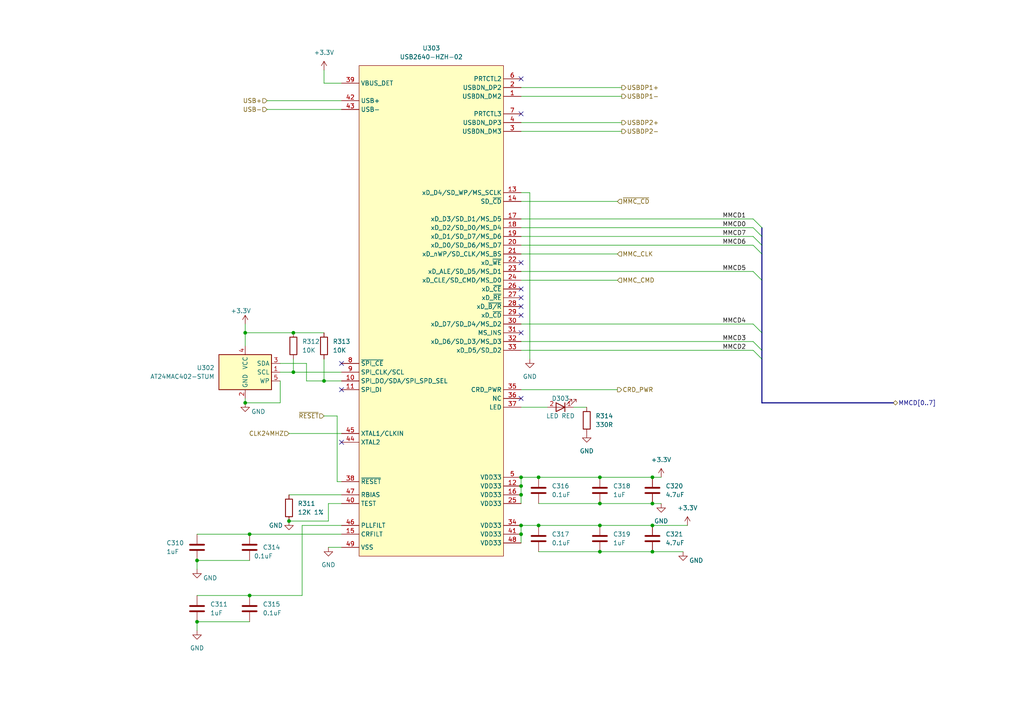
<source format=kicad_sch>
(kicad_sch (version 20230121) (generator eeschema)

  (uuid 26098d2c-67ca-47e5-8a48-3847ded9681d)

  (paper "A4")

  (title_block
    (title "SHARED USB DISK")
    (date "2023-10-07")
    (rev "Rev0")
    (company "HNZ")
    (comment 1 "Licensed under CC-BY-SA V4.0")
    (comment 2 "2023 (C) Hiroshi Nakajima <hnakamiru1103@gmail.com>")
  )

  (lib_symbols
    (symbol "+3.3V_1" (power) (pin_names (offset 0)) (in_bom yes) (on_board yes)
      (property "Reference" "#PWR" (at 0 -3.81 0)
        (effects (font (size 1.27 1.27)) hide)
      )
      (property "Value" "+3.3V_1" (at 0 3.556 0)
        (effects (font (size 1.27 1.27)))
      )
      (property "Footprint" "" (at 0 0 0)
        (effects (font (size 1.27 1.27)) hide)
      )
      (property "Datasheet" "" (at 0 0 0)
        (effects (font (size 1.27 1.27)) hide)
      )
      (property "ki_keywords" "global power" (at 0 0 0)
        (effects (font (size 1.27 1.27)) hide)
      )
      (property "ki_description" "Power symbol creates a global label with name \"+3.3V\"" (at 0 0 0)
        (effects (font (size 1.27 1.27)) hide)
      )
      (symbol "+3.3V_1_0_1"
        (polyline
          (pts
            (xy -0.762 1.27)
            (xy 0 2.54)
          )
          (stroke (width 0) (type default))
          (fill (type none))
        )
        (polyline
          (pts
            (xy 0 0)
            (xy 0 2.54)
          )
          (stroke (width 0) (type default))
          (fill (type none))
        )
        (polyline
          (pts
            (xy 0 2.54)
            (xy 0.762 1.27)
          )
          (stroke (width 0) (type default))
          (fill (type none))
        )
      )
      (symbol "+3.3V_1_1_1"
        (pin power_in line (at 0 0 90) (length 0) hide
          (name "+3.3V" (effects (font (size 1.27 1.27))))
          (number "1" (effects (font (size 1.27 1.27))))
        )
      )
    )
    (symbol "+3.3V_2" (power) (pin_names (offset 0)) (in_bom yes) (on_board yes)
      (property "Reference" "#PWR" (at 0 -3.81 0)
        (effects (font (size 1.27 1.27)) hide)
      )
      (property "Value" "+3.3V_2" (at 0 3.556 0)
        (effects (font (size 1.27 1.27)))
      )
      (property "Footprint" "" (at 0 0 0)
        (effects (font (size 1.27 1.27)) hide)
      )
      (property "Datasheet" "" (at 0 0 0)
        (effects (font (size 1.27 1.27)) hide)
      )
      (property "ki_keywords" "global power" (at 0 0 0)
        (effects (font (size 1.27 1.27)) hide)
      )
      (property "ki_description" "Power symbol creates a global label with name \"+3.3V\"" (at 0 0 0)
        (effects (font (size 1.27 1.27)) hide)
      )
      (symbol "+3.3V_2_0_1"
        (polyline
          (pts
            (xy -0.762 1.27)
            (xy 0 2.54)
          )
          (stroke (width 0) (type default))
          (fill (type none))
        )
        (polyline
          (pts
            (xy 0 0)
            (xy 0 2.54)
          )
          (stroke (width 0) (type default))
          (fill (type none))
        )
        (polyline
          (pts
            (xy 0 2.54)
            (xy 0.762 1.27)
          )
          (stroke (width 0) (type default))
          (fill (type none))
        )
      )
      (symbol "+3.3V_2_1_1"
        (pin power_in line (at 0 0 90) (length 0) hide
          (name "+3.3V" (effects (font (size 1.27 1.27))))
          (number "1" (effects (font (size 1.27 1.27))))
        )
      )
    )
    (symbol "+3.3V_3" (power) (pin_names (offset 0)) (in_bom yes) (on_board yes)
      (property "Reference" "#PWR" (at 0 -3.81 0)
        (effects (font (size 1.27 1.27)) hide)
      )
      (property "Value" "+3.3V_3" (at 0 3.556 0)
        (effects (font (size 1.27 1.27)))
      )
      (property "Footprint" "" (at 0 0 0)
        (effects (font (size 1.27 1.27)) hide)
      )
      (property "Datasheet" "" (at 0 0 0)
        (effects (font (size 1.27 1.27)) hide)
      )
      (property "ki_keywords" "global power" (at 0 0 0)
        (effects (font (size 1.27 1.27)) hide)
      )
      (property "ki_description" "Power symbol creates a global label with name \"+3.3V\"" (at 0 0 0)
        (effects (font (size 1.27 1.27)) hide)
      )
      (symbol "+3.3V_3_0_1"
        (polyline
          (pts
            (xy -0.762 1.27)
            (xy 0 2.54)
          )
          (stroke (width 0) (type default))
          (fill (type none))
        )
        (polyline
          (pts
            (xy 0 0)
            (xy 0 2.54)
          )
          (stroke (width 0) (type default))
          (fill (type none))
        )
        (polyline
          (pts
            (xy 0 2.54)
            (xy 0.762 1.27)
          )
          (stroke (width 0) (type default))
          (fill (type none))
        )
      )
      (symbol "+3.3V_3_1_1"
        (pin power_in line (at 0 0 90) (length 0) hide
          (name "+3.3V" (effects (font (size 1.27 1.27))))
          (number "1" (effects (font (size 1.27 1.27))))
        )
      )
    )
    (symbol "Device:C" (pin_numbers hide) (pin_names (offset 0.254)) (in_bom yes) (on_board yes)
      (property "Reference" "C" (at 0.635 2.54 0)
        (effects (font (size 1.27 1.27)) (justify left))
      )
      (property "Value" "C" (at 0.635 -2.54 0)
        (effects (font (size 1.27 1.27)) (justify left))
      )
      (property "Footprint" "" (at 0.9652 -3.81 0)
        (effects (font (size 1.27 1.27)) hide)
      )
      (property "Datasheet" "~" (at 0 0 0)
        (effects (font (size 1.27 1.27)) hide)
      )
      (property "ki_keywords" "cap capacitor" (at 0 0 0)
        (effects (font (size 1.27 1.27)) hide)
      )
      (property "ki_description" "Unpolarized capacitor" (at 0 0 0)
        (effects (font (size 1.27 1.27)) hide)
      )
      (property "ki_fp_filters" "C_*" (at 0 0 0)
        (effects (font (size 1.27 1.27)) hide)
      )
      (symbol "C_0_1"
        (polyline
          (pts
            (xy -2.032 -0.762)
            (xy 2.032 -0.762)
          )
          (stroke (width 0.508) (type default))
          (fill (type none))
        )
        (polyline
          (pts
            (xy -2.032 0.762)
            (xy 2.032 0.762)
          )
          (stroke (width 0.508) (type default))
          (fill (type none))
        )
      )
      (symbol "C_1_1"
        (pin passive line (at 0 3.81 270) (length 2.794)
          (name "~" (effects (font (size 1.27 1.27))))
          (number "1" (effects (font (size 1.27 1.27))))
        )
        (pin passive line (at 0 -3.81 90) (length 2.794)
          (name "~" (effects (font (size 1.27 1.27))))
          (number "2" (effects (font (size 1.27 1.27))))
        )
      )
    )
    (symbol "Device:LED" (pin_names (offset 1.016) hide) (in_bom yes) (on_board yes)
      (property "Reference" "D" (at 0 2.54 0)
        (effects (font (size 1.27 1.27)))
      )
      (property "Value" "LED" (at 0 -2.54 0)
        (effects (font (size 1.27 1.27)))
      )
      (property "Footprint" "" (at 0 0 0)
        (effects (font (size 1.27 1.27)) hide)
      )
      (property "Datasheet" "~" (at 0 0 0)
        (effects (font (size 1.27 1.27)) hide)
      )
      (property "ki_keywords" "LED diode" (at 0 0 0)
        (effects (font (size 1.27 1.27)) hide)
      )
      (property "ki_description" "Light emitting diode" (at 0 0 0)
        (effects (font (size 1.27 1.27)) hide)
      )
      (property "ki_fp_filters" "LED* LED_SMD:* LED_THT:*" (at 0 0 0)
        (effects (font (size 1.27 1.27)) hide)
      )
      (symbol "LED_0_1"
        (polyline
          (pts
            (xy -1.27 -1.27)
            (xy -1.27 1.27)
          )
          (stroke (width 0.254) (type default))
          (fill (type none))
        )
        (polyline
          (pts
            (xy -1.27 0)
            (xy 1.27 0)
          )
          (stroke (width 0) (type default))
          (fill (type none))
        )
        (polyline
          (pts
            (xy 1.27 -1.27)
            (xy 1.27 1.27)
            (xy -1.27 0)
            (xy 1.27 -1.27)
          )
          (stroke (width 0.254) (type default))
          (fill (type none))
        )
        (polyline
          (pts
            (xy -3.048 -0.762)
            (xy -4.572 -2.286)
            (xy -3.81 -2.286)
            (xy -4.572 -2.286)
            (xy -4.572 -1.524)
          )
          (stroke (width 0) (type default))
          (fill (type none))
        )
        (polyline
          (pts
            (xy -1.778 -0.762)
            (xy -3.302 -2.286)
            (xy -2.54 -2.286)
            (xy -3.302 -2.286)
            (xy -3.302 -1.524)
          )
          (stroke (width 0) (type default))
          (fill (type none))
        )
      )
      (symbol "LED_1_1"
        (pin passive line (at -3.81 0 0) (length 2.54)
          (name "K" (effects (font (size 1.27 1.27))))
          (number "1" (effects (font (size 1.27 1.27))))
        )
        (pin passive line (at 3.81 0 180) (length 2.54)
          (name "A" (effects (font (size 1.27 1.27))))
          (number "2" (effects (font (size 1.27 1.27))))
        )
      )
    )
    (symbol "Device:R" (pin_numbers hide) (pin_names (offset 0)) (in_bom yes) (on_board yes)
      (property "Reference" "R" (at 2.032 0 90)
        (effects (font (size 1.27 1.27)))
      )
      (property "Value" "R" (at 0 0 90)
        (effects (font (size 1.27 1.27)))
      )
      (property "Footprint" "" (at -1.778 0 90)
        (effects (font (size 1.27 1.27)) hide)
      )
      (property "Datasheet" "~" (at 0 0 0)
        (effects (font (size 1.27 1.27)) hide)
      )
      (property "ki_keywords" "R res resistor" (at 0 0 0)
        (effects (font (size 1.27 1.27)) hide)
      )
      (property "ki_description" "Resistor" (at 0 0 0)
        (effects (font (size 1.27 1.27)) hide)
      )
      (property "ki_fp_filters" "R_*" (at 0 0 0)
        (effects (font (size 1.27 1.27)) hide)
      )
      (symbol "R_0_1"
        (rectangle (start -1.016 -2.54) (end 1.016 2.54)
          (stroke (width 0.254) (type default))
          (fill (type none))
        )
      )
      (symbol "R_1_1"
        (pin passive line (at 0 3.81 270) (length 1.27)
          (name "~" (effects (font (size 1.27 1.27))))
          (number "1" (effects (font (size 1.27 1.27))))
        )
        (pin passive line (at 0 -3.81 90) (length 1.27)
          (name "~" (effects (font (size 1.27 1.27))))
          (number "2" (effects (font (size 1.27 1.27))))
        )
      )
    )
    (symbol "power:+3.3V" (power) (pin_numbers hide) (pin_names (offset 0) hide) (in_bom yes) (on_board yes)
      (property "Reference" "#PWR" (at 0 -3.81 0)
        (effects (font (size 1.27 1.27)) hide)
      )
      (property "Value" "+3.3V" (at 0 3.556 0)
        (effects (font (size 1.27 1.27)))
      )
      (property "Footprint" "" (at 0 0 0)
        (effects (font (size 1.27 1.27)) hide)
      )
      (property "Datasheet" "" (at 0 0 0)
        (effects (font (size 1.27 1.27)) hide)
      )
      (property "ki_keywords" "global power" (at 0 0 0)
        (effects (font (size 1.27 1.27)) hide)
      )
      (property "ki_description" "Power symbol creates a global label with name \"+3.3V\"" (at 0 0 0)
        (effects (font (size 1.27 1.27)) hide)
      )
      (symbol "+3.3V_0_1"
        (polyline
          (pts
            (xy -0.762 1.27)
            (xy 0 2.54)
          )
          (stroke (width 0) (type default))
          (fill (type none))
        )
        (polyline
          (pts
            (xy 0 0)
            (xy 0 2.54)
          )
          (stroke (width 0) (type default))
          (fill (type none))
        )
        (polyline
          (pts
            (xy 0 2.54)
            (xy 0.762 1.27)
          )
          (stroke (width 0) (type default))
          (fill (type none))
        )
      )
      (symbol "+3.3V_1_1"
        (pin power_in line (at 0 0 90) (length 0) hide
          (name "+3.3V" (effects (font (size 1.27 1.27))))
          (number "1" (effects (font (size 1.27 1.27))))
        )
      )
    )
    (symbol "power:GND" (power) (pin_numbers hide) (pin_names (offset 0) hide) (in_bom yes) (on_board yes)
      (property "Reference" "#PWR" (at 0 -6.35 0)
        (effects (font (size 1.27 1.27)) hide)
      )
      (property "Value" "GND" (at 0 -3.81 0)
        (effects (font (size 1.27 1.27)))
      )
      (property "Footprint" "" (at 0 0 0)
        (effects (font (size 1.27 1.27)) hide)
      )
      (property "Datasheet" "" (at 0 0 0)
        (effects (font (size 1.27 1.27)) hide)
      )
      (property "ki_keywords" "global power" (at 0 0 0)
        (effects (font (size 1.27 1.27)) hide)
      )
      (property "ki_description" "Power symbol creates a global label with name \"GND\" , ground" (at 0 0 0)
        (effects (font (size 1.27 1.27)) hide)
      )
      (symbol "GND_0_1"
        (polyline
          (pts
            (xy 0 0)
            (xy 0 -1.27)
            (xy 1.27 -1.27)
            (xy 0 -2.54)
            (xy -1.27 -1.27)
            (xy 0 -1.27)
          )
          (stroke (width 0) (type default))
          (fill (type none))
        )
      )
      (symbol "GND_1_1"
        (pin power_in line (at 0 0 270) (length 0) hide
          (name "GND" (effects (font (size 1.27 1.27))))
          (number "1" (effects (font (size 1.27 1.27))))
        )
      )
    )
    (symbol "tbctl:AT24MAC402-STUM" (in_bom yes) (on_board yes)
      (property "Reference" "U" (at -7.62 6.35 0)
        (effects (font (size 1.27 1.27)))
      )
      (property "Value" "AT24MAC402-STUM" (at 2.54 -6.35 0)
        (effects (font (size 1.27 1.27)) (justify left))
      )
      (property "Footprint" "Package_TO_SOT_SMD:SOT-23-5_HandSoldering" (at 6.35 -16.51 0)
        (effects (font (size 1.27 1.27)) hide)
      )
      (property "Datasheet" "https://ww1.microchip.com/downloads/en/DeviceDoc/Atmel-8807-SEEPROM-AT24MAC402-602-Datasheet.pdf" (at 2.54 -19.05 0)
        (effects (font (size 1.27 1.27)) hide)
      )
      (property "ki_keywords" "I2C Serial EEPROM Nonvolatile Memory" (at 0 0 0)
        (effects (font (size 1.27 1.27)) hide)
      )
      (property "ki_description" "I2C Serial EEPROM, 2Kb (256x8) with Unique Serial Number, SO8" (at 0 0 0)
        (effects (font (size 1.27 1.27)) hide)
      )
      (property "ki_fp_filters" "SOIC*3.9x4.9mm*P1.27mm*" (at 0 0 0)
        (effects (font (size 1.27 1.27)) hide)
      )
      (symbol "AT24MAC402-STUM_1_1"
        (rectangle (start -7.62 5.08) (end 7.62 -5.08)
          (stroke (width 0.254) (type default))
          (fill (type background))
        )
        (pin input line (at 10.16 0 180) (length 2.54)
          (name "SCL" (effects (font (size 1.27 1.27))))
          (number "1" (effects (font (size 1.27 1.27))))
        )
        (pin power_in line (at 0 -7.62 90) (length 2.54)
          (name "GND" (effects (font (size 1.27 1.27))))
          (number "2" (effects (font (size 1.27 1.27))))
        )
        (pin bidirectional line (at 10.16 2.54 180) (length 2.54)
          (name "SDA" (effects (font (size 1.27 1.27))))
          (number "3" (effects (font (size 1.27 1.27))))
        )
        (pin power_in line (at 0 7.62 270) (length 2.54)
          (name "VCC" (effects (font (size 1.27 1.27))))
          (number "4" (effects (font (size 1.27 1.27))))
        )
        (pin input line (at 10.16 -2.54 180) (length 2.54)
          (name "WP" (effects (font (size 1.27 1.27))))
          (number "5" (effects (font (size 1.27 1.27))))
        )
      )
    )
    (symbol "tbctl:USB2640-HZH-02" (in_bom yes) (on_board yes)
      (property "Reference" "U" (at 0 -2.54 0)
        (effects (font (size 1.27 1.27)))
      )
      (property "Value" "USB2640-HZH-02" (at 0 -5.08 0)
        (effects (font (size 1.27 1.27)))
      )
      (property "Footprint" "tbctl:QFN-48-1EP_7x7mm_P0.5mm_EP5.15x5.15mm" (at 0 -5.08 0)
        (effects (font (size 1.27 1.27)) hide)
      )
      (property "Datasheet" "" (at 0 -5.08 0)
        (effects (font (size 1.27 1.27)) hide)
      )
      (symbol "USB2640-HZH-02_0_1"
        (rectangle (start -20.32 -6.35) (end 21.59 -148.59)
          (stroke (width 0) (type default))
          (fill (type background))
        )
      )
      (symbol "USB2640-HZH-02_1_1"
        (pin passive line (at 26.67 -15.24 180) (length 5.08)
          (name "USBDN_DM2" (effects (font (size 1.27 1.27))))
          (number "1" (effects (font (size 1.27 1.27))))
        )
        (pin passive line (at -25.4 -97.79 0) (length 5.08)
          (name "SPI_DO/SDA/SPI_SPD_SEL" (effects (font (size 1.27 1.27))))
          (number "10" (effects (font (size 1.27 1.27))))
        )
        (pin passive line (at -25.4 -100.33 0) (length 5.08)
          (name "SPI_DI" (effects (font (size 1.27 1.27))))
          (number "11" (effects (font (size 1.27 1.27))))
        )
        (pin power_in line (at 26.67 -128.27 180) (length 5.08)
          (name "VDD33" (effects (font (size 1.27 1.27))))
          (number "12" (effects (font (size 1.27 1.27))))
        )
        (pin passive line (at 26.67 -43.18 180) (length 5.08)
          (name "xD_D4/SD_WP/MS_SCLK" (effects (font (size 1.27 1.27))))
          (number "13" (effects (font (size 1.27 1.27))))
        )
        (pin input line (at 26.67 -45.72 180) (length 5.08)
          (name "SD_~{CD}" (effects (font (size 1.27 1.27))))
          (number "14" (effects (font (size 1.27 1.27))))
        )
        (pin passive line (at -25.4 -142.24 0) (length 5.08)
          (name "CRFILT" (effects (font (size 1.27 1.27))))
          (number "15" (effects (font (size 1.27 1.27))))
        )
        (pin power_in line (at 26.67 -130.81 180) (length 5.08)
          (name "VDD33" (effects (font (size 1.27 1.27))))
          (number "16" (effects (font (size 1.27 1.27))))
        )
        (pin passive line (at 26.67 -50.8 180) (length 5.08)
          (name "xD_D3/SD_D1/MS_D5" (effects (font (size 1.27 1.27))))
          (number "17" (effects (font (size 1.27 1.27))))
        )
        (pin passive line (at 26.67 -53.34 180) (length 5.08)
          (name "xD_D2/SD_D0/MS_D4" (effects (font (size 1.27 1.27))))
          (number "18" (effects (font (size 1.27 1.27))))
        )
        (pin passive line (at 26.67 -55.88 180) (length 5.08)
          (name "xD_D1/SD_D7/MS_D6" (effects (font (size 1.27 1.27))))
          (number "19" (effects (font (size 1.27 1.27))))
        )
        (pin passive line (at 26.67 -12.7 180) (length 5.08)
          (name "USBDN_DP2" (effects (font (size 1.27 1.27))))
          (number "2" (effects (font (size 1.27 1.27))))
        )
        (pin passive line (at 26.67 -58.42 180) (length 5.08)
          (name "xD_D0/SD_D6/MS_D7" (effects (font (size 1.27 1.27))))
          (number "20" (effects (font (size 1.27 1.27))))
        )
        (pin passive line (at 26.67 -60.96 180) (length 5.08)
          (name "xD_nWP/SD_CLK/MS_BS" (effects (font (size 1.27 1.27))))
          (number "21" (effects (font (size 1.27 1.27))))
        )
        (pin passive line (at 26.67 -63.5 180) (length 5.08)
          (name "xD_~{WE}" (effects (font (size 1.27 1.27))))
          (number "22" (effects (font (size 1.27 1.27))))
        )
        (pin passive line (at 26.67 -66.04 180) (length 5.08)
          (name "xD_ALE/SD_D5/MS_D1" (effects (font (size 1.27 1.27))))
          (number "23" (effects (font (size 1.27 1.27))))
        )
        (pin passive line (at 26.67 -68.58 180) (length 5.08)
          (name "xD_CLE/SD_CMD/MS_D0" (effects (font (size 1.27 1.27))))
          (number "24" (effects (font (size 1.27 1.27))))
        )
        (pin power_in line (at 26.67 -133.35 180) (length 5.08)
          (name "VDD33" (effects (font (size 1.27 1.27))))
          (number "25" (effects (font (size 1.27 1.27))))
        )
        (pin passive line (at 26.67 -71.12 180) (length 5.08)
          (name "xD_~{CE}" (effects (font (size 1.27 1.27))))
          (number "26" (effects (font (size 1.27 1.27))))
        )
        (pin passive line (at 26.67 -73.66 180) (length 5.08)
          (name "xD_~{RE}" (effects (font (size 1.27 1.27))))
          (number "27" (effects (font (size 1.27 1.27))))
        )
        (pin passive line (at 26.67 -76.2 180) (length 5.08)
          (name "xD_~{B/R}" (effects (font (size 1.27 1.27))))
          (number "28" (effects (font (size 1.27 1.27))))
        )
        (pin input line (at 26.67 -78.74 180) (length 5.08)
          (name "xD_~{CD}" (effects (font (size 1.27 1.27))))
          (number "29" (effects (font (size 1.27 1.27))))
        )
        (pin passive line (at 26.67 -25.4 180) (length 5.08)
          (name "USBDN_DM3" (effects (font (size 1.27 1.27))))
          (number "3" (effects (font (size 1.27 1.27))))
        )
        (pin passive line (at 26.67 -81.28 180) (length 5.08)
          (name "xD_D7/SD_D4/MS_D2" (effects (font (size 1.27 1.27))))
          (number "30" (effects (font (size 1.27 1.27))))
        )
        (pin passive line (at 26.67 -83.82 180) (length 5.08)
          (name "MS_INS" (effects (font (size 1.27 1.27))))
          (number "31" (effects (font (size 1.27 1.27))))
        )
        (pin passive line (at 26.67 -86.36 180) (length 5.08)
          (name "xD_D6/SD_D3/MS_D3" (effects (font (size 1.27 1.27))))
          (number "32" (effects (font (size 1.27 1.27))))
        )
        (pin passive line (at 26.67 -88.9 180) (length 5.08)
          (name "xD_D5/SD_D2" (effects (font (size 1.27 1.27))))
          (number "33" (effects (font (size 1.27 1.27))))
        )
        (pin power_in line (at 26.67 -139.7 180) (length 5.08)
          (name "VDD33" (effects (font (size 1.27 1.27))))
          (number "34" (effects (font (size 1.27 1.27))))
        )
        (pin power_out line (at 26.67 -100.33 180) (length 5.08)
          (name "CRD_PWR" (effects (font (size 1.27 1.27))))
          (number "35" (effects (font (size 1.27 1.27))))
        )
        (pin passive line (at 26.67 -102.87 180) (length 5.08)
          (name "NC" (effects (font (size 1.27 1.27))))
          (number "36" (effects (font (size 1.27 1.27))))
        )
        (pin output line (at 26.67 -105.41 180) (length 5.08)
          (name "LED" (effects (font (size 1.27 1.27))))
          (number "37" (effects (font (size 1.27 1.27))))
        )
        (pin input line (at -25.4 -127 0) (length 5.08)
          (name "~{RESET}" (effects (font (size 1.27 1.27))))
          (number "38" (effects (font (size 1.27 1.27))))
        )
        (pin input line (at -25.4 -11.43 0) (length 5.08)
          (name "VBUS_DET" (effects (font (size 1.27 1.27))))
          (number "39" (effects (font (size 1.27 1.27))))
        )
        (pin passive line (at 26.67 -22.86 180) (length 5.08)
          (name "USBDN_DP3" (effects (font (size 1.27 1.27))))
          (number "4" (effects (font (size 1.27 1.27))))
        )
        (pin input line (at -25.4 -133.35 0) (length 5.08)
          (name "TEST" (effects (font (size 1.27 1.27))))
          (number "40" (effects (font (size 1.27 1.27))))
        )
        (pin power_in line (at 26.67 -142.24 180) (length 5.08)
          (name "VDD33" (effects (font (size 1.27 1.27))))
          (number "41" (effects (font (size 1.27 1.27))))
        )
        (pin passive line (at -25.4 -16.51 0) (length 5.08)
          (name "USB+" (effects (font (size 1.27 1.27))))
          (number "42" (effects (font (size 1.27 1.27))))
        )
        (pin passive line (at -25.4 -19.05 0) (length 5.08)
          (name "USB-" (effects (font (size 1.27 1.27))))
          (number "43" (effects (font (size 1.27 1.27))))
        )
        (pin output line (at -25.4 -115.57 0) (length 5.08)
          (name "XTAL2" (effects (font (size 1.27 1.27))))
          (number "44" (effects (font (size 1.27 1.27))))
        )
        (pin input line (at -25.4 -113.03 0) (length 5.08)
          (name "XTAL1/CLKIN" (effects (font (size 1.27 1.27))))
          (number "45" (effects (font (size 1.27 1.27))))
        )
        (pin passive line (at -25.4 -139.7 0) (length 5.08)
          (name "PLLFILT" (effects (font (size 1.27 1.27))))
          (number "46" (effects (font (size 1.27 1.27))))
        )
        (pin input line (at -25.4 -130.81 0) (length 5.08)
          (name "RBIAS" (effects (font (size 1.27 1.27))))
          (number "47" (effects (font (size 1.27 1.27))))
        )
        (pin power_in line (at 26.67 -144.78 180) (length 5.08)
          (name "VDD33" (effects (font (size 1.27 1.27))))
          (number "48" (effects (font (size 1.27 1.27))))
        )
        (pin power_in line (at -25.4 -146.05 0) (length 5.08)
          (name "VSS" (effects (font (size 1.27 1.27))))
          (number "49" (effects (font (size 1.27 1.27))))
        )
        (pin power_in line (at 26.67 -125.73 180) (length 5.08)
          (name "VDD33" (effects (font (size 1.27 1.27))))
          (number "5" (effects (font (size 1.27 1.27))))
        )
        (pin passive line (at 26.67 -10.16 180) (length 5.08)
          (name "PRTCTL2" (effects (font (size 1.27 1.27))))
          (number "6" (effects (font (size 1.27 1.27))))
        )
        (pin passive line (at 26.67 -20.32 180) (length 5.08)
          (name "PRTCTL3" (effects (font (size 1.27 1.27))))
          (number "7" (effects (font (size 1.27 1.27))))
        )
        (pin passive line (at -25.4 -92.71 0) (length 5.08)
          (name "~{SPI_CE}" (effects (font (size 1.27 1.27))))
          (number "8" (effects (font (size 1.27 1.27))))
        )
        (pin passive line (at -25.4 -95.25 0) (length 5.08)
          (name "SPI_CLK/SCL" (effects (font (size 1.27 1.27))))
          (number "9" (effects (font (size 1.27 1.27))))
        )
      )
    )
  )

  (junction (at 85.09 107.95) (diameter 0) (color 0 0 0 0)
    (uuid 03116727-c269-48f3-a1e4-fc914219ab48)
  )
  (junction (at 151.13 140.97) (diameter 0) (color 0 0 0 0)
    (uuid 1f26a261-3b9f-469e-933f-338f79164fdd)
  )
  (junction (at 189.23 146.05) (diameter 0) (color 0 0 0 0)
    (uuid 482a2128-f42d-458d-aa7b-dd843686981e)
  )
  (junction (at 57.15 162.56) (diameter 0) (color 0 0 0 0)
    (uuid 50e7a20e-e3a8-4ba3-9622-96f689e4ba28)
  )
  (junction (at 151.13 138.43) (diameter 0) (color 0 0 0 0)
    (uuid 51bdaa18-942d-4fce-87f6-36db16e205c3)
  )
  (junction (at 72.39 154.94) (diameter 0) (color 0 0 0 0)
    (uuid 585ad5c9-3793-4e07-950b-9795a76d0ef8)
  )
  (junction (at 189.23 138.43) (diameter 0) (color 0 0 0 0)
    (uuid 5cd4e7c9-3f63-4b46-9997-051e7e836b87)
  )
  (junction (at 173.99 152.4) (diameter 0) (color 0 0 0 0)
    (uuid 6160d8ba-ec4f-491f-92ba-34329fc4f6ed)
  )
  (junction (at 93.98 110.49) (diameter 0) (color 0 0 0 0)
    (uuid 6a02c3c4-62b9-4a35-8992-8524eb6da266)
  )
  (junction (at 189.23 160.02) (diameter 0) (color 0 0 0 0)
    (uuid 6f8012aa-03bc-4ece-b30f-9821485fa8dd)
  )
  (junction (at 156.21 152.4) (diameter 0) (color 0 0 0 0)
    (uuid 7351f838-9870-445a-a09d-31ce40bbb8e3)
  )
  (junction (at 85.09 96.52) (diameter 0) (color 0 0 0 0)
    (uuid 8ca5ea37-5439-4d68-8ce4-ff4f422ba68c)
  )
  (junction (at 173.99 146.05) (diameter 0) (color 0 0 0 0)
    (uuid 92c51c45-7fd9-4ab9-a8f1-b673272d734c)
  )
  (junction (at 173.99 138.43) (diameter 0) (color 0 0 0 0)
    (uuid 975652b0-49cc-4efb-a6d2-fd06fa8e47b8)
  )
  (junction (at 71.12 96.52) (diameter 0) (color 0 0 0 0)
    (uuid 979271bb-6a10-4437-9121-1eff250a8b57)
  )
  (junction (at 189.23 152.4) (diameter 0) (color 0 0 0 0)
    (uuid 9e16e8bd-8dc0-43d5-8534-705a49292fa7)
  )
  (junction (at 83.82 151.13) (diameter 0) (color 0 0 0 0)
    (uuid a1a0577d-5e40-4184-b69c-f89298b5bbcf)
  )
  (junction (at 156.21 138.43) (diameter 0) (color 0 0 0 0)
    (uuid b6c0095d-5af8-4b20-9f1d-0316a569419a)
  )
  (junction (at 57.15 180.34) (diameter 0) (color 0 0 0 0)
    (uuid d4183572-9d8c-41f9-ac2a-26a00cbc2d8f)
  )
  (junction (at 72.39 172.72) (diameter 0) (color 0 0 0 0)
    (uuid e1a05648-b750-49e6-89c7-c1bfc07061cd)
  )
  (junction (at 151.13 154.94) (diameter 0) (color 0 0 0 0)
    (uuid e48a2fc9-9113-4822-85f8-8b18fb3cd82b)
  )
  (junction (at 151.13 152.4) (diameter 0) (color 0 0 0 0)
    (uuid e702916b-db82-48f5-993f-7920934edb3d)
  )
  (junction (at 173.99 160.02) (diameter 0) (color 0 0 0 0)
    (uuid e9e39104-6def-4d56-abe7-9fa7e5d8b08b)
  )
  (junction (at 71.12 116.84) (diameter 0) (color 0 0 0 0)
    (uuid f90b976a-81d5-423b-8b01-e75a021883f0)
  )
  (junction (at 151.13 143.51) (diameter 0) (color 0 0 0 0)
    (uuid f9ec7cce-38b5-4217-996a-4cccc901ff28)
  )

  (no_connect (at 151.13 22.86) (uuid 0f6b3125-72bf-442f-8536-4ad01083ab8e))
  (no_connect (at 151.13 33.02) (uuid 2d4fd1aa-e730-4831-9fa4-d9d29b45b290))
  (no_connect (at 151.13 83.82) (uuid 34bfd05a-2d9e-45ee-8371-87e43998b843))
  (no_connect (at 151.13 76.2) (uuid 6432052c-f69b-40cb-a58e-41662a8ad854))
  (no_connect (at 151.13 86.36) (uuid 71812d15-b2a3-49c6-b0a6-603c9602926d))
  (no_connect (at 151.13 96.52) (uuid 73e1c928-34b9-41c0-8ae8-ed68f1d0e0db))
  (no_connect (at 151.13 115.57) (uuid 832b87a3-1b63-4c0f-9a8f-21690e0c2085))
  (no_connect (at 99.06 105.41) (uuid 8b486f39-9c3b-4499-99d0-d7ffcbc838c6))
  (no_connect (at 151.13 88.9) (uuid 8fb06dab-e068-4fc9-9990-8fb79b76a757))
  (no_connect (at 99.06 128.27) (uuid cdf1d8e3-34d9-4239-bf1e-f28e9d0057f4))
  (no_connect (at 99.06 113.03) (uuid dc2a3eb5-7771-4fc5-b4d7-ba70771127dc))
  (no_connect (at 151.13 91.44) (uuid e76f04f6-015c-4ad9-8cb1-40872efc257d))

  (bus_entry (at 218.44 93.98) (size 2.54 2.54)
    (stroke (width 0) (type default))
    (uuid 44f0ace0-184f-4647-a916-b384dd5de4f0)
  )
  (bus_entry (at 218.44 99.06) (size 2.54 2.54)
    (stroke (width 0) (type default))
    (uuid 4d4e3713-619b-49d6-bea0-cf60d5412d65)
  )
  (bus_entry (at 218.44 63.5) (size 2.54 2.54)
    (stroke (width 0) (type default))
    (uuid 7984e076-5591-478f-8892-2fc055b5f6bb)
  )
  (bus_entry (at 218.44 66.04) (size 2.54 2.54)
    (stroke (width 0) (type default))
    (uuid 817a4716-8cb4-4a80-9fd5-fe73f2d2e798)
  )
  (bus_entry (at 218.44 71.12) (size 2.54 2.54)
    (stroke (width 0) (type default))
    (uuid 9fcb8ae9-9d09-4568-a24c-a110a6f01ae1)
  )
  (bus_entry (at 218.44 101.6) (size 2.54 2.54)
    (stroke (width 0) (type default))
    (uuid a45c2a74-ed18-431c-9205-696b2c6554fa)
  )
  (bus_entry (at 218.44 68.58) (size 2.54 2.54)
    (stroke (width 0) (type default))
    (uuid ea8214d6-edcc-456d-bb15-303949d7c5ef)
  )
  (bus_entry (at 218.44 78.74) (size 2.54 2.54)
    (stroke (width 0) (type default))
    (uuid f56264c7-3dfb-4ce4-8c35-dce963bf1141)
  )

  (wire (pts (xy 151.13 152.4) (xy 151.13 154.94))
    (stroke (width 0) (type default))
    (uuid 01ba780e-c108-42d0-9d3d-04e6540d3581)
  )
  (wire (pts (xy 57.15 162.56) (xy 72.39 162.56))
    (stroke (width 0) (type default))
    (uuid 0ac2c9db-a5e0-4ed8-8da7-2859db6e276a)
  )
  (wire (pts (xy 151.13 93.98) (xy 218.44 93.98))
    (stroke (width 0) (type default))
    (uuid 0b2d64a0-08c3-4389-8dd0-8e0c3f07564e)
  )
  (wire (pts (xy 151.13 73.66) (xy 179.07 73.66))
    (stroke (width 0) (type default))
    (uuid 0b3a048e-1a5f-4ce6-9ff5-9a0cac697b91)
  )
  (wire (pts (xy 173.99 138.43) (xy 189.23 138.43))
    (stroke (width 0) (type default))
    (uuid 0cdcac9b-79fe-42ea-9d4d-fcacb7047136)
  )
  (wire (pts (xy 57.15 172.72) (xy 72.39 172.72))
    (stroke (width 0) (type default))
    (uuid 0df93995-fe5f-4506-8cf6-5d61a7feb860)
  )
  (wire (pts (xy 151.13 55.88) (xy 153.67 55.88))
    (stroke (width 0) (type default))
    (uuid 0e06340d-9414-41b8-8aea-39289fa29063)
  )
  (wire (pts (xy 156.21 152.4) (xy 173.99 152.4))
    (stroke (width 0) (type default))
    (uuid 0e0f8cee-928d-4eaa-9c03-554482ae4c92)
  )
  (wire (pts (xy 85.09 107.95) (xy 99.06 107.95))
    (stroke (width 0) (type default))
    (uuid 0e661392-8fae-4e53-9b60-b58ef7ce0338)
  )
  (wire (pts (xy 71.12 100.33) (xy 71.12 96.52))
    (stroke (width 0) (type default))
    (uuid 13e6e9b5-fd7d-47ef-b690-91f30b7f87ae)
  )
  (wire (pts (xy 85.09 96.52) (xy 93.98 96.52))
    (stroke (width 0) (type default))
    (uuid 17674de0-1bc1-47ff-91d8-8cefcb4f91b4)
  )
  (wire (pts (xy 71.12 115.57) (xy 71.12 116.84))
    (stroke (width 0) (type default))
    (uuid 24d5dd28-2f72-4345-b5b6-28acf4ea9fa6)
  )
  (wire (pts (xy 71.12 96.52) (xy 85.09 96.52))
    (stroke (width 0) (type default))
    (uuid 256dd69e-d0b5-4546-812d-00e78032444f)
  )
  (wire (pts (xy 173.99 160.02) (xy 189.23 160.02))
    (stroke (width 0) (type default))
    (uuid 25baf3b3-7a9a-4bff-a11c-c9c480465dd9)
  )
  (bus (pts (xy 220.98 96.52) (xy 220.98 101.6))
    (stroke (width 0) (type default))
    (uuid 26b7b729-6a93-4e00-a56b-505ca8c5a46f)
  )
  (bus (pts (xy 220.98 66.04) (xy 220.98 68.58))
    (stroke (width 0) (type default))
    (uuid 26eeae1c-be38-42be-ab45-5d6287a7d45b)
  )

  (wire (pts (xy 189.23 160.02) (xy 198.12 160.02))
    (stroke (width 0) (type default))
    (uuid 29f22079-fe85-44c5-8147-aaf954b9bb96)
  )
  (wire (pts (xy 72.39 172.72) (xy 87.63 172.72))
    (stroke (width 0) (type default))
    (uuid 2bdae7b8-2c52-43e1-832a-1f23fa38182f)
  )
  (wire (pts (xy 95.25 146.05) (xy 95.25 151.13))
    (stroke (width 0) (type default))
    (uuid 2c65115e-1d1e-4994-a333-295a30484800)
  )
  (wire (pts (xy 83.82 143.51) (xy 99.06 143.51))
    (stroke (width 0) (type default))
    (uuid 2e065a95-3055-4fe0-b3d3-97131c03bb0a)
  )
  (wire (pts (xy 151.13 25.4) (xy 180.34 25.4))
    (stroke (width 0) (type default))
    (uuid 320074b9-70ec-4857-b3bf-a0fc8334dd5c)
  )
  (bus (pts (xy 220.98 81.28) (xy 220.98 96.52))
    (stroke (width 0) (type default))
    (uuid 350381b1-9d05-4785-a29f-9cbd18b9e761)
  )

  (wire (pts (xy 72.39 154.94) (xy 99.06 154.94))
    (stroke (width 0) (type default))
    (uuid 36378502-de88-4863-9d6e-519e166f150c)
  )
  (bus (pts (xy 220.98 68.58) (xy 220.98 71.12))
    (stroke (width 0) (type default))
    (uuid 390351ff-a6bf-4248-9448-f5bf928f1e33)
  )

  (wire (pts (xy 151.13 68.58) (xy 218.44 68.58))
    (stroke (width 0) (type default))
    (uuid 3d7a9b58-0055-4519-853e-0550beb186a9)
  )
  (wire (pts (xy 93.98 110.49) (xy 99.06 110.49))
    (stroke (width 0) (type default))
    (uuid 4104c65f-24ea-4e3c-99e4-955767f54497)
  )
  (wire (pts (xy 189.23 152.4) (xy 199.39 152.4))
    (stroke (width 0) (type default))
    (uuid 4a0a6840-8d27-44d5-a0fc-399d5c366a18)
  )
  (wire (pts (xy 151.13 154.94) (xy 151.13 157.48))
    (stroke (width 0) (type default))
    (uuid 4da08413-c668-4faa-8908-a38ea90c2808)
  )
  (wire (pts (xy 173.99 152.4) (xy 189.23 152.4))
    (stroke (width 0) (type default))
    (uuid 547ce190-0351-4579-91fc-065bfdd30c5a)
  )
  (wire (pts (xy 81.28 110.49) (xy 81.28 116.84))
    (stroke (width 0) (type default))
    (uuid 5783023b-1501-488a-b960-d2a6185fe1f8)
  )
  (wire (pts (xy 151.13 71.12) (xy 218.44 71.12))
    (stroke (width 0) (type default))
    (uuid 57c3b28a-fdbd-4dc5-84e1-6dbde5d1344b)
  )
  (wire (pts (xy 81.28 116.84) (xy 71.12 116.84))
    (stroke (width 0) (type default))
    (uuid 61742f77-fa88-48b6-bcad-cf776cde153e)
  )
  (wire (pts (xy 151.13 140.97) (xy 151.13 143.51))
    (stroke (width 0) (type default))
    (uuid 657368b9-7a83-4ae6-977c-c474c5ad3a9c)
  )
  (wire (pts (xy 151.13 58.42) (xy 179.07 58.42))
    (stroke (width 0) (type default))
    (uuid 6bdfe334-45cd-4ba0-86d7-3688f366600f)
  )
  (wire (pts (xy 97.79 139.7) (xy 99.06 139.7))
    (stroke (width 0) (type default))
    (uuid 70d23bcc-184f-4862-a61b-9e28cd9f5f44)
  )
  (wire (pts (xy 87.63 152.4) (xy 99.06 152.4))
    (stroke (width 0) (type default))
    (uuid 735bf6a8-612e-4e97-a2e9-5fbf7101c9a8)
  )
  (wire (pts (xy 93.98 104.14) (xy 93.98 110.49))
    (stroke (width 0) (type default))
    (uuid 7422e6d6-ad29-4202-86e6-b786d11f5f66)
  )
  (bus (pts (xy 220.98 104.14) (xy 220.98 116.84))
    (stroke (width 0) (type default))
    (uuid 744ccd26-530d-453c-ab88-9bdc2e4d6a5f)
  )
  (bus (pts (xy 220.98 71.12) (xy 220.98 73.66))
    (stroke (width 0) (type default))
    (uuid 7ca0ebd4-708a-4dae-ba4b-888a1b09d0a8)
  )

  (wire (pts (xy 153.67 55.88) (xy 153.67 104.14))
    (stroke (width 0) (type default))
    (uuid 7cd7f11c-1fdc-46c6-964f-370b45774cbc)
  )
  (wire (pts (xy 99.06 146.05) (xy 95.25 146.05))
    (stroke (width 0) (type default))
    (uuid 7d22e3d2-2cf6-4a49-b02a-2416d936e9d8)
  )
  (wire (pts (xy 156.21 146.05) (xy 173.99 146.05))
    (stroke (width 0) (type default))
    (uuid 80b76b1d-9435-49c0-a96a-287f7a2e568d)
  )
  (wire (pts (xy 57.15 165.1) (xy 57.15 162.56))
    (stroke (width 0) (type default))
    (uuid 812d62ce-e392-4fef-8c44-ce89e51092d2)
  )
  (wire (pts (xy 151.13 78.74) (xy 218.44 78.74))
    (stroke (width 0) (type default))
    (uuid 86973cae-4991-4b12-8251-c55c4335c4a4)
  )
  (wire (pts (xy 151.13 81.28) (xy 179.07 81.28))
    (stroke (width 0) (type default))
    (uuid 8ac4e3b5-137f-48dd-94d6-e413e87c6fad)
  )
  (wire (pts (xy 93.98 24.13) (xy 93.98 20.32))
    (stroke (width 0) (type default))
    (uuid 8b15d8a1-19c2-449c-b0a0-fd8cea34d16a)
  )
  (wire (pts (xy 151.13 138.43) (xy 151.13 140.97))
    (stroke (width 0) (type default))
    (uuid 8ce05514-14ea-4ae6-b697-93a79060dea1)
  )
  (wire (pts (xy 77.47 31.75) (xy 99.06 31.75))
    (stroke (width 0) (type default))
    (uuid 8f3d3445-1830-46c0-be92-fecaf474a779)
  )
  (wire (pts (xy 85.09 104.14) (xy 85.09 107.95))
    (stroke (width 0) (type default))
    (uuid 939a92e0-08cc-49df-958a-3f52dbcbf73f)
  )
  (wire (pts (xy 99.06 24.13) (xy 93.98 24.13))
    (stroke (width 0) (type default))
    (uuid 97898fa6-b6f3-4740-9fc1-599e56e917cd)
  )
  (wire (pts (xy 151.13 66.04) (xy 218.44 66.04))
    (stroke (width 0) (type default))
    (uuid 97c4ff5e-f535-49db-83fa-a2331545d6cf)
  )
  (wire (pts (xy 151.13 38.1) (xy 180.34 38.1))
    (stroke (width 0) (type default))
    (uuid 9830b453-1537-4069-bd7e-3046b883fed2)
  )
  (wire (pts (xy 57.15 154.94) (xy 72.39 154.94))
    (stroke (width 0) (type default))
    (uuid 9840af46-6757-461d-8bbd-10c0bd7f662e)
  )
  (wire (pts (xy 173.99 146.05) (xy 189.23 146.05))
    (stroke (width 0) (type default))
    (uuid 9d2a0e65-f3da-4c33-ae41-fc899a6e3bb8)
  )
  (wire (pts (xy 151.13 63.5) (xy 218.44 63.5))
    (stroke (width 0) (type default))
    (uuid 9f804bd3-09c0-43a7-8bfd-f07b1a656499)
  )
  (wire (pts (xy 81.28 105.41) (xy 88.9 105.41))
    (stroke (width 0) (type default))
    (uuid a0cf887b-e593-4acd-a76e-1a2704369ee0)
  )
  (wire (pts (xy 166.37 118.11) (xy 170.18 118.11))
    (stroke (width 0) (type default))
    (uuid a84527bd-a363-4745-9735-8aec5b28543e)
  )
  (wire (pts (xy 83.82 125.73) (xy 99.06 125.73))
    (stroke (width 0) (type default))
    (uuid a949bacf-121e-401e-835c-294c2b255e7f)
  )
  (wire (pts (xy 151.13 101.6) (xy 218.44 101.6))
    (stroke (width 0) (type default))
    (uuid b1c4e184-3771-40de-8f13-55785d41faf8)
  )
  (wire (pts (xy 77.47 29.21) (xy 99.06 29.21))
    (stroke (width 0) (type default))
    (uuid b56d2313-63b6-4682-bddd-bee11be31d2c)
  )
  (wire (pts (xy 151.13 143.51) (xy 151.13 146.05))
    (stroke (width 0) (type default))
    (uuid b610234c-8052-4beb-b510-5509e0475785)
  )
  (wire (pts (xy 151.13 152.4) (xy 156.21 152.4))
    (stroke (width 0) (type default))
    (uuid bc17906a-f307-4b77-8224-7c768de0d69c)
  )
  (wire (pts (xy 151.13 35.56) (xy 180.34 35.56))
    (stroke (width 0) (type default))
    (uuid bdd9c97b-7bed-425f-83dd-ffc9d6d68f9f)
  )
  (wire (pts (xy 95.25 158.75) (xy 99.06 158.75))
    (stroke (width 0) (type default))
    (uuid c2f5e465-bb5c-46ed-ba87-dd66be26af70)
  )
  (wire (pts (xy 151.13 113.03) (xy 179.07 113.03))
    (stroke (width 0) (type default))
    (uuid c84897d5-7e13-414c-9ea0-f59569361896)
  )
  (bus (pts (xy 220.98 116.84) (xy 259.08 116.84))
    (stroke (width 0) (type default))
    (uuid cf96dee1-943f-4fe1-8f44-977621d63d9a)
  )

  (wire (pts (xy 156.21 138.43) (xy 173.99 138.43))
    (stroke (width 0) (type default))
    (uuid d3873bd2-8164-4d7b-9a62-227ecb96822f)
  )
  (wire (pts (xy 57.15 180.34) (xy 57.15 182.88))
    (stroke (width 0) (type default))
    (uuid d4085d86-cf3d-46a0-b50b-86d9a502acd7)
  )
  (bus (pts (xy 220.98 101.6) (xy 220.98 104.14))
    (stroke (width 0) (type default))
    (uuid d5e61dc6-a66a-4612-af7b-cfdcbbeab8dd)
  )

  (wire (pts (xy 151.13 27.94) (xy 180.34 27.94))
    (stroke (width 0) (type default))
    (uuid d6440a50-99ad-414c-8723-46dc09bd0f74)
  )
  (wire (pts (xy 88.9 105.41) (xy 88.9 110.49))
    (stroke (width 0) (type default))
    (uuid d685490c-ce3c-47cb-9c44-1c7ca20bdede)
  )
  (wire (pts (xy 151.13 99.06) (xy 218.44 99.06))
    (stroke (width 0) (type default))
    (uuid d741a0d3-5ff5-459a-8ff6-5a53129eac00)
  )
  (bus (pts (xy 220.98 73.66) (xy 220.98 81.28))
    (stroke (width 0) (type default))
    (uuid d7d9a3b0-138d-4fb5-a3b1-5989b4a4ec7f)
  )

  (wire (pts (xy 97.79 120.65) (xy 97.79 139.7))
    (stroke (width 0) (type default))
    (uuid db234b60-8c65-4b33-bfdf-1c9f73d6a920)
  )
  (wire (pts (xy 156.21 160.02) (xy 173.99 160.02))
    (stroke (width 0) (type default))
    (uuid e0a05f03-550d-4e36-804d-24eb5664eb3e)
  )
  (wire (pts (xy 57.15 180.34) (xy 72.39 180.34))
    (stroke (width 0) (type default))
    (uuid e388911b-2000-4bf1-9f79-1cf06eea49e6)
  )
  (wire (pts (xy 93.98 120.65) (xy 97.79 120.65))
    (stroke (width 0) (type default))
    (uuid e6fd9c67-30d6-4e45-b76b-19a95e28cd75)
  )
  (wire (pts (xy 88.9 110.49) (xy 93.98 110.49))
    (stroke (width 0) (type default))
    (uuid e750a261-98f9-444d-a069-487503eea917)
  )
  (wire (pts (xy 71.12 96.52) (xy 71.12 93.98))
    (stroke (width 0) (type default))
    (uuid e82ab67b-4678-4961-ac14-07042e001f45)
  )
  (wire (pts (xy 81.28 107.95) (xy 85.09 107.95))
    (stroke (width 0) (type default))
    (uuid eb632603-4320-4232-9f90-a32bed709880)
  )
  (wire (pts (xy 151.13 138.43) (xy 156.21 138.43))
    (stroke (width 0) (type default))
    (uuid ed0a92f2-509d-489a-a953-cc8e093644f4)
  )
  (wire (pts (xy 189.23 146.05) (xy 191.77 146.05))
    (stroke (width 0) (type default))
    (uuid f071f318-457b-4f2e-8ab8-55aca0c0db72)
  )
  (wire (pts (xy 95.25 151.13) (xy 83.82 151.13))
    (stroke (width 0) (type default))
    (uuid f4ebbbf1-607b-4119-8552-0db664660255)
  )
  (wire (pts (xy 151.13 118.11) (xy 158.75 118.11))
    (stroke (width 0) (type default))
    (uuid f56c054d-433c-45b5-9881-4a76a209f419)
  )
  (wire (pts (xy 189.23 138.43) (xy 191.77 138.43))
    (stroke (width 0) (type default))
    (uuid fb5f0e01-2446-42aa-ade0-a2ba4fef9ce3)
  )
  (wire (pts (xy 87.63 152.4) (xy 87.63 172.72))
    (stroke (width 0) (type default))
    (uuid fdf125b4-c246-4ed7-9d62-6c853b6b84d7)
  )

  (label "MMCD3" (at 209.55 99.06 0) (fields_autoplaced)
    (effects (font (size 1.27 1.27)) (justify left bottom))
    (uuid 085ee3c6-55b3-4d30-a3f9-15c5b603f77e)
  )
  (label "MMCD2" (at 209.55 101.6 0) (fields_autoplaced)
    (effects (font (size 1.27 1.27)) (justify left bottom))
    (uuid 0c09dce4-891c-4460-bf2a-097b2667ec96)
  )
  (label "MMCD1" (at 209.55 63.5 0) (fields_autoplaced)
    (effects (font (size 1.27 1.27)) (justify left bottom))
    (uuid 39698dcb-8b35-41a5-b9c0-f895508098d8)
  )
  (label "MMCD5" (at 209.55 78.74 0) (fields_autoplaced)
    (effects (font (size 1.27 1.27)) (justify left bottom))
    (uuid 39a2cacf-1407-4ffa-9709-49e834496476)
  )
  (label "MMCD4" (at 209.55 93.98 0) (fields_autoplaced)
    (effects (font (size 1.27 1.27)) (justify left bottom))
    (uuid 4cc15550-f991-4dae-8d00-a47a91a80c2b)
  )
  (label "MMCD7" (at 209.55 68.58 0) (fields_autoplaced)
    (effects (font (size 1.27 1.27)) (justify left bottom))
    (uuid 904c1616-8620-487c-932f-10079b6d425f)
  )
  (label "MMCD0" (at 209.55 66.04 0) (fields_autoplaced)
    (effects (font (size 1.27 1.27)) (justify left bottom))
    (uuid c2e0302f-becd-48e9-a7de-cfa5cff86ff0)
  )
  (label "MMCD6" (at 209.55 71.12 0) (fields_autoplaced)
    (effects (font (size 1.27 1.27)) (justify left bottom))
    (uuid f95c4282-1f56-4b2f-9df7-d29b144b0b8d)
  )

  (hierarchical_label "USBDP1+" (shape output) (at 180.34 25.4 0) (fields_autoplaced)
    (effects (font (size 1.27 1.27)) (justify left))
    (uuid 0785ad02-90c0-4921-9fee-d932516e7d38)
  )
  (hierarchical_label "MMCD[0..7]" (shape bidirectional) (at 259.08 116.84 0) (fields_autoplaced)
    (effects (font (size 1.27 1.27)) (justify left))
    (uuid 1a43a7db-1ad1-4668-aed2-b5f4e0fdeef5)
  )
  (hierarchical_label "USB+" (shape input) (at 77.47 29.21 180) (fields_autoplaced)
    (effects (font (size 1.27 1.27)) (justify right))
    (uuid 6a696e81-6b42-404d-819f-f40d8ec67aff)
  )
  (hierarchical_label "MMC_CLK" (shape input) (at 179.07 73.66 0) (fields_autoplaced)
    (effects (font (size 1.27 1.27)) (justify left))
    (uuid 7be45fc6-b776-45bd-8a51-7a1df102edad)
  )
  (hierarchical_label "~{RESET}" (shape input) (at 93.98 120.65 180) (fields_autoplaced)
    (effects (font (size 1.27 1.27)) (justify right))
    (uuid 87529f97-a8f1-49c6-abc4-e59ba52c112a)
  )
  (hierarchical_label "CRD_PWR" (shape output) (at 179.07 113.03 0) (fields_autoplaced)
    (effects (font (size 1.27 1.27)) (justify left))
    (uuid 8f30e9c5-8bf9-4ee6-af58-b53cb6cd7699)
  )
  (hierarchical_label "USBDP1-" (shape output) (at 180.34 27.94 0) (fields_autoplaced)
    (effects (font (size 1.27 1.27)) (justify left))
    (uuid 92fe11cb-f083-4dac-be74-139caa01026a)
  )
  (hierarchical_label "USBDP2+" (shape output) (at 180.34 35.56 0) (fields_autoplaced)
    (effects (font (size 1.27 1.27)) (justify left))
    (uuid 980450af-3b0a-4953-96f6-bf6e59d2d3b8)
  )
  (hierarchical_label "CLK24MHZ" (shape input) (at 83.82 125.73 180) (fields_autoplaced)
    (effects (font (size 1.27 1.27)) (justify right))
    (uuid adcbdf93-0502-4609-a430-222b42469a23)
  )
  (hierarchical_label "USBDP2-" (shape output) (at 180.34 38.1 0) (fields_autoplaced)
    (effects (font (size 1.27 1.27)) (justify left))
    (uuid ae2a16cc-60b4-4398-a650-58b17fad716a)
  )
  (hierarchical_label "~{MMC_CD}" (shape input) (at 179.07 58.42 0) (fields_autoplaced)
    (effects (font (size 1.27 1.27)) (justify left))
    (uuid b7286168-b8fb-49c9-949f-468f2a13929a)
  )
  (hierarchical_label "MMC_CMD" (shape input) (at 179.07 81.28 0) (fields_autoplaced)
    (effects (font (size 1.27 1.27)) (justify left))
    (uuid d8b44a0f-f290-4855-8c38-847fe0cc8961)
  )
  (hierarchical_label "USB-" (shape input) (at 77.47 31.75 180) (fields_autoplaced)
    (effects (font (size 1.27 1.27)) (justify right))
    (uuid dcebb19e-dac1-4669-af25-166208675159)
  )

  (symbol (lib_id "Device:LED") (at 162.56 118.11 180) (unit 1)
    (in_bom yes) (on_board yes) (dnp no)
    (uuid 15437ffc-5658-4355-b1ec-effa6e3c962f)
    (property "Reference" "D303" (at 162.56 115.57 0)
      (effects (font (size 1.27 1.27)))
    )
    (property "Value" "LED RED" (at 162.56 120.65 0)
      (effects (font (size 1.27 1.27)))
    )
    (property "Footprint" "tbctl:LED_0603_1608Metric_Pad1.05x0.95mm_HandSolder" (at 162.56 118.11 0)
      (effects (font (size 1.27 1.27)) hide)
    )
    (property "Datasheet" "~" (at 162.56 118.11 0)
      (effects (font (size 1.27 1.27)) hide)
    )
    (property "digikey" "511-1587-1-ND" (at 162.56 118.11 0)
      (effects (font (size 1.27 1.27)) hide)
    )
    (property "storeURL" "https://www.digikey.com/en/products/detail/rohm-semiconductor/SML-E12V8WT86/1641806" (at 162.56 118.11 0)
      (effects (font (size 1.27 1.27)) hide)
    )
    (pin "1" (uuid b6786f2d-5740-40f0-a9b9-51730492f86d))
    (pin "2" (uuid c83b85ac-04b4-4dee-a336-c77cae80779c))
    (instances
      (project "shareusbdisk"
        (path "/162b1c1e-524d-401b-83ef-9451f22857be/74d22bf5-75d6-43bf-b0a2-0fd682c0e0ad"
          (reference "D303") (unit 1)
        )
      )
    )
  )

  (symbol (lib_id "Device:C") (at 189.23 156.21 0) (unit 1)
    (in_bom yes) (on_board yes) (dnp no) (fields_autoplaced)
    (uuid 1cd44fc6-a7dc-43a2-a037-188d6b8debc6)
    (property "Reference" "C321" (at 193.04 154.94 0)
      (effects (font (size 1.27 1.27)) (justify left))
    )
    (property "Value" "4.7uF" (at 193.04 157.48 0)
      (effects (font (size 1.27 1.27)) (justify left))
    )
    (property "Footprint" "tbctl:C_0805_2012Metric_Pad1.18x1.45mm_HandSolder" (at 190.1952 160.02 0)
      (effects (font (size 1.27 1.27)) hide)
    )
    (property "Datasheet" "~" (at 189.23 156.21 0)
      (effects (font (size 1.27 1.27)) hide)
    )
    (property "digikey" "311-1455-1-ND" (at 189.23 156.21 0)
      (effects (font (size 1.27 1.27)) hide)
    )
    (property "storeURL" "https://www.digikey.com/en/products/detail/yageo/CC0603KRX5R6BB475/2833620" (at 189.23 156.21 0)
      (effects (font (size 1.27 1.27)) hide)
    )
    (pin "1" (uuid 9ffe1bdc-209e-49a8-bd67-3f70b175ea51))
    (pin "2" (uuid 2dbbfbc7-8978-42bb-8bd4-dd8c78f4c32a))
    (instances
      (project "shareusbdisk"
        (path "/162b1c1e-524d-401b-83ef-9451f22857be/74d22bf5-75d6-43bf-b0a2-0fd682c0e0ad"
          (reference "C321") (unit 1)
        )
      )
    )
  )

  (symbol (lib_id "power:GND") (at 153.67 104.14 0) (unit 1)
    (in_bom yes) (on_board yes) (dnp no) (fields_autoplaced)
    (uuid 1e5ecb85-2285-4746-a327-0a6af0be157b)
    (property "Reference" "#PWR0345" (at 153.67 110.49 0)
      (effects (font (size 1.27 1.27)) hide)
    )
    (property "Value" "GND" (at 153.67 109.22 0)
      (effects (font (size 1.27 1.27)))
    )
    (property "Footprint" "" (at 153.67 104.14 0)
      (effects (font (size 1.27 1.27)) hide)
    )
    (property "Datasheet" "" (at 153.67 104.14 0)
      (effects (font (size 1.27 1.27)) hide)
    )
    (pin "1" (uuid 8d70d89c-8ad6-406c-acb2-d53fce8e6119))
    (instances
      (project "shareusbdisk"
        (path "/162b1c1e-524d-401b-83ef-9451f22857be/74d22bf5-75d6-43bf-b0a2-0fd682c0e0ad"
          (reference "#PWR0345") (unit 1)
        )
      )
    )
  )

  (symbol (lib_id "Device:C") (at 57.15 176.53 0) (unit 1)
    (in_bom yes) (on_board yes) (dnp no) (fields_autoplaced)
    (uuid 247ae32b-d08a-4a90-9325-1c2405c2a4a9)
    (property "Reference" "C311" (at 60.96 175.26 0)
      (effects (font (size 1.27 1.27)) (justify left))
    )
    (property "Value" "1uF" (at 60.96 177.8 0)
      (effects (font (size 1.27 1.27)) (justify left))
    )
    (property "Footprint" "tbctl:C_0805_2012Metric_Pad1.18x1.45mm_HandSolder" (at 58.1152 180.34 0)
      (effects (font (size 1.27 1.27)) hide)
    )
    (property "Datasheet" "~" (at 57.15 176.53 0)
      (effects (font (size 1.27 1.27)) hide)
    )
    (property "digikey" "13-CC0603KPX7R7BB105CT-ND" (at 57.15 176.53 0)
      (effects (font (size 1.27 1.27)) hide)
    )
    (property "storeURL" "https://www.digikey.com/en/products/detail/yageo/CC0603KPX7R7BB105/11491211" (at 57.15 176.53 0)
      (effects (font (size 1.27 1.27)) hide)
    )
    (pin "1" (uuid e4e40fd4-0a2a-400a-9c7a-362333b127c3))
    (pin "2" (uuid 40ef7e9c-d83f-419e-b811-021b86d3d398))
    (instances
      (project "shareusbdisk"
        (path "/162b1c1e-524d-401b-83ef-9451f22857be/74d22bf5-75d6-43bf-b0a2-0fd682c0e0ad"
          (reference "C311") (unit 1)
        )
      )
    )
  )

  (symbol (lib_id "Device:R") (at 83.82 147.32 0) (unit 1)
    (in_bom yes) (on_board yes) (dnp no) (fields_autoplaced)
    (uuid 2abbc89f-c7a5-4062-8294-d3e113c4e3a7)
    (property "Reference" "R311" (at 86.36 146.0499 0)
      (effects (font (size 1.27 1.27)) (justify left))
    )
    (property "Value" "12K 1%" (at 86.36 148.5899 0)
      (effects (font (size 1.27 1.27)) (justify left))
    )
    (property "Footprint" "tbctl:R_0805_2012Metric_Pad1.20x1.40mm_HandSolder" (at 82.042 147.32 90)
      (effects (font (size 1.27 1.27)) hide)
    )
    (property "Datasheet" "~" (at 83.82 147.32 0)
      (effects (font (size 1.27 1.27)) hide)
    )
    (property "digikey" "311-12.0KHRCT-ND" (at 83.82 147.32 0)
      (effects (font (size 1.27 1.27)) hide)
    )
    (property "storeURL" "https://www.digikey.com/en/products/detail/yageo/RC0603FR-0712KL/726913" (at 83.82 147.32 0)
      (effects (font (size 1.27 1.27)) hide)
    )
    (pin "1" (uuid c4250500-0f4c-4de8-8f3d-068924bbce86))
    (pin "2" (uuid 4adec2ed-2575-4114-81f1-bbf34d3a537a))
    (instances
      (project "shareusbdisk"
        (path "/162b1c1e-524d-401b-83ef-9451f22857be/74d22bf5-75d6-43bf-b0a2-0fd682c0e0ad"
          (reference "R311") (unit 1)
        )
      )
    )
  )

  (symbol (lib_id "tbctl:USB2640-HZH-02") (at 124.46 12.7 0) (unit 1)
    (in_bom yes) (on_board yes) (dnp no) (fields_autoplaced)
    (uuid 2ff05f36-930b-4bc7-8bd1-01faa5ff90ce)
    (property "Reference" "U303" (at 125.095 13.97 0)
      (effects (font (size 1.27 1.27)))
    )
    (property "Value" "USB2640-HZH-02" (at 125.095 16.51 0)
      (effects (font (size 1.27 1.27)))
    )
    (property "Footprint" "tbctl:QFN-48-1EP_7x7mm_P0.5mm_EP5.15x5.15mm" (at 124.46 17.78 0)
      (effects (font (size 1.27 1.27)) hide)
    )
    (property "Datasheet" "" (at 124.46 17.78 0)
      (effects (font (size 1.27 1.27)) hide)
    )
    (property "digikey" "USB2640-HZH-02-ND" (at 124.46 12.7 0)
      (effects (font (size 1.27 1.27)) hide)
    )
    (property "storeURL" "https://www.digikey.com/en/products/detail/microchip-technology/USB2640-HZH-02/3873172" (at 124.46 12.7 0)
      (effects (font (size 1.27 1.27)) hide)
    )
    (pin "1" (uuid 85403b19-2661-4922-8495-633c17811cf7))
    (pin "10" (uuid 5ae362f0-b610-4f4b-b697-527531cb116a))
    (pin "11" (uuid c05883f3-aef4-453b-993a-aaf6d9952cce))
    (pin "12" (uuid e779665e-2970-4226-8479-1433714145e3))
    (pin "13" (uuid 02547c6b-88a9-4a42-9cb1-b8a2ef34910a))
    (pin "14" (uuid 8ee2e882-a1ea-4fe5-9c47-ea268d7c79c1))
    (pin "15" (uuid da32d51e-9632-4c48-83c7-2026eb16dd76))
    (pin "16" (uuid 5b07fff3-8885-4b99-9b7f-3dd3f0586bc1))
    (pin "17" (uuid 848cd344-3267-4e62-bc5d-5ce5e1ac489d))
    (pin "18" (uuid 01f85172-4dc6-458f-a225-892890a402c2))
    (pin "19" (uuid 36750026-6ac1-45df-942a-10254ac77b25))
    (pin "2" (uuid ac00c668-d5eb-460a-930d-54d1a5f2c0cb))
    (pin "20" (uuid ea1b2876-c598-4a0c-a3cf-f875f90204fe))
    (pin "21" (uuid 5bec95e1-abab-490f-a691-218f0aa50202))
    (pin "22" (uuid 00b7e827-af71-47f9-ba33-8c3eefe1f36a))
    (pin "23" (uuid 60e95aeb-0cd2-4b92-9b8e-87396872ec2a))
    (pin "24" (uuid 3752f2c1-e40a-4a2c-83d1-11217d2590cb))
    (pin "25" (uuid 70581a7c-1682-42dd-8595-c2ebf1227954))
    (pin "26" (uuid 81583127-d6cb-4ba0-b06e-4d2247b7cad5))
    (pin "27" (uuid 4bd94c46-e0dd-458a-a431-2264ab11ec59))
    (pin "28" (uuid 21fd1ebb-7fc7-4d61-b501-157e0d4c2c89))
    (pin "29" (uuid a2b8f07d-f1fa-47d7-b234-8b62c33ad9b4))
    (pin "3" (uuid 5fe24dc8-b6dd-473d-b737-03e82844ce0b))
    (pin "30" (uuid c30f32f8-744b-48da-8304-a15d564d7569))
    (pin "31" (uuid 9ac49804-73ea-417d-a86f-fd4675ea8664))
    (pin "32" (uuid a3067daa-648f-4bae-8413-019b248ee8ba))
    (pin "33" (uuid ca2b833b-28ad-498b-ac67-fcff14c02b44))
    (pin "34" (uuid 92bfe916-5e91-4f91-b2da-ff4eb286930a))
    (pin "35" (uuid b10a27a1-e6c7-4df2-8d08-dcd82a97de12))
    (pin "36" (uuid 560afabd-f5ae-407a-a82f-e9f81ece1814))
    (pin "37" (uuid aecc4348-aded-45ca-858d-a782726127c5))
    (pin "38" (uuid 10915a59-a61f-49b5-a49e-9eee694b9282))
    (pin "39" (uuid 874e266f-9c5a-41a1-91d4-35c04da2c73d))
    (pin "4" (uuid abdabaf8-cdb0-43e3-9de0-aabb20bacc4f))
    (pin "40" (uuid 1e4eb96c-c691-4e88-91c3-a0e4938a01ca))
    (pin "41" (uuid 85c71f9a-4dc9-4a74-9c36-a719522133c7))
    (pin "42" (uuid 6ca1747f-307f-40a8-b9a5-b52e6780b38e))
    (pin "43" (uuid e192ccda-fcbe-4635-96a5-201a770a046b))
    (pin "44" (uuid 3dec9dcc-8d67-47e5-b3a3-8a509ce90fae))
    (pin "45" (uuid f1029462-c11d-41ec-8d73-fb8d59db215d))
    (pin "46" (uuid 9777fc90-42ad-4aee-8799-9a4ea7a62a96))
    (pin "47" (uuid 1b073273-d009-49ce-874c-d9926f32a423))
    (pin "48" (uuid 14d4a406-da88-45f6-ae57-c0ef0c3ca115))
    (pin "49" (uuid 511bc176-25b3-4e54-b05c-befda5f55108))
    (pin "5" (uuid 421633df-0f54-49d5-a227-b5f9f2a4081f))
    (pin "6" (uuid 8d9b2a62-1229-499d-9ea2-cb06ff21659d))
    (pin "7" (uuid 9efd4a8e-92ba-44c0-802b-16fd3ac27281))
    (pin "8" (uuid 2dc78734-aea5-487d-b939-06bcc2cc5864))
    (pin "9" (uuid b8a70207-bd43-4897-824d-da39a4c0360d))
    (instances
      (project "shareusbdisk"
        (path "/162b1c1e-524d-401b-83ef-9451f22857be/74d22bf5-75d6-43bf-b0a2-0fd682c0e0ad"
          (reference "U303") (unit 1)
        )
      )
    )
  )

  (symbol (lib_name "+3.3V_2") (lib_id "power:+3.3V") (at 71.12 93.98 0) (unit 1)
    (in_bom yes) (on_board yes) (dnp no)
    (uuid 39c2b8f7-3d19-468a-940b-86a34f81906c)
    (property "Reference" "#PWR0339" (at 71.12 97.79 0)
      (effects (font (size 1.27 1.27)) hide)
    )
    (property "Value" "+3.3V" (at 69.85 90.17 0)
      (effects (font (size 1.27 1.27)))
    )
    (property "Footprint" "" (at 71.12 93.98 0)
      (effects (font (size 1.27 1.27)) hide)
    )
    (property "Datasheet" "" (at 71.12 93.98 0)
      (effects (font (size 1.27 1.27)) hide)
    )
    (pin "1" (uuid 64b656bc-7cb3-48e5-82ee-d9ab927f2940))
    (instances
      (project "shareusbdisk"
        (path "/162b1c1e-524d-401b-83ef-9451f22857be/74d22bf5-75d6-43bf-b0a2-0fd682c0e0ad"
          (reference "#PWR0339") (unit 1)
        )
      )
    )
  )

  (symbol (lib_id "Device:C") (at 173.99 156.21 0) (unit 1)
    (in_bom yes) (on_board yes) (dnp no) (fields_autoplaced)
    (uuid 3eefb0d8-f207-4532-91a7-1673d0e3571b)
    (property "Reference" "C319" (at 177.8 154.94 0)
      (effects (font (size 1.27 1.27)) (justify left))
    )
    (property "Value" "1uF" (at 177.8 157.48 0)
      (effects (font (size 1.27 1.27)) (justify left))
    )
    (property "Footprint" "tbctl:C_0805_2012Metric_Pad1.18x1.45mm_HandSolder" (at 174.9552 160.02 0)
      (effects (font (size 1.27 1.27)) hide)
    )
    (property "Datasheet" "~" (at 173.99 156.21 0)
      (effects (font (size 1.27 1.27)) hide)
    )
    (property "digikey" "13-CC0603KPX7R7BB105CT-ND" (at 173.99 156.21 0)
      (effects (font (size 1.27 1.27)) hide)
    )
    (property "storeURL" "https://www.digikey.com/en/products/detail/yageo/CC0603KPX7R7BB105/11491211" (at 173.99 156.21 0)
      (effects (font (size 1.27 1.27)) hide)
    )
    (pin "1" (uuid 11217e86-1382-4163-b6a7-6689910f0ff8))
    (pin "2" (uuid 767bf9bf-5632-4e5c-8dcc-eec96e4e7786))
    (instances
      (project "shareusbdisk"
        (path "/162b1c1e-524d-401b-83ef-9451f22857be/74d22bf5-75d6-43bf-b0a2-0fd682c0e0ad"
          (reference "C319") (unit 1)
        )
      )
    )
  )

  (symbol (lib_id "Device:C") (at 156.21 142.24 0) (unit 1)
    (in_bom yes) (on_board yes) (dnp no) (fields_autoplaced)
    (uuid 445c6a08-8da3-4c7f-8907-ba22853e2de5)
    (property "Reference" "C316" (at 160.02 140.97 0)
      (effects (font (size 1.27 1.27)) (justify left))
    )
    (property "Value" "0.1uF" (at 160.02 143.51 0)
      (effects (font (size 1.27 1.27)) (justify left))
    )
    (property "Footprint" "Capacitor_SMD:C_0603_1608Metric_Pad1.08x0.95mm_HandSolder" (at 157.1752 146.05 0)
      (effects (font (size 1.27 1.27)) hide)
    )
    (property "Datasheet" "~" (at 156.21 142.24 0)
      (effects (font (size 1.27 1.27)) hide)
    )
    (property "digikey" "311-1824-1-ND" (at 156.21 142.24 0)
      (effects (font (size 1.27 1.27)) hide)
    )
    (property "storeURL" "https://www.digikey.com/en/products/detail/yageo/CC0603MRX7R7BB104/5195231" (at 156.21 142.24 0)
      (effects (font (size 1.27 1.27)) hide)
    )
    (pin "1" (uuid 76062cc2-b780-49d1-9d38-8792964d0d79))
    (pin "2" (uuid 8cbdd13e-9e1a-4746-9b6c-114b72deb504))
    (instances
      (project "shareusbdisk"
        (path "/162b1c1e-524d-401b-83ef-9451f22857be/74d22bf5-75d6-43bf-b0a2-0fd682c0e0ad"
          (reference "C316") (unit 1)
        )
      )
    )
  )

  (symbol (lib_name "+3.3V_1") (lib_id "power:+3.3V") (at 191.77 138.43 0) (unit 1)
    (in_bom yes) (on_board yes) (dnp no) (fields_autoplaced)
    (uuid 50d11352-22df-43bb-85b9-a29374e7fddd)
    (property "Reference" "#PWR0347" (at 191.77 142.24 0)
      (effects (font (size 1.27 1.27)) hide)
    )
    (property "Value" "+3.3V" (at 191.77 133.35 0)
      (effects (font (size 1.27 1.27)))
    )
    (property "Footprint" "" (at 191.77 138.43 0)
      (effects (font (size 1.27 1.27)) hide)
    )
    (property "Datasheet" "" (at 191.77 138.43 0)
      (effects (font (size 1.27 1.27)) hide)
    )
    (pin "1" (uuid 32f76a97-59db-4247-9bad-3ed9215d9838))
    (instances
      (project "shareusbdisk"
        (path "/162b1c1e-524d-401b-83ef-9451f22857be/74d22bf5-75d6-43bf-b0a2-0fd682c0e0ad"
          (reference "#PWR0347") (unit 1)
        )
      )
    )
  )

  (symbol (lib_id "power:GND") (at 57.15 182.88 0) (unit 1)
    (in_bom yes) (on_board yes) (dnp no) (fields_autoplaced)
    (uuid 5f20e4ad-05c3-4e7a-a6ca-322eb18aa3b4)
    (property "Reference" "#PWR0337" (at 57.15 189.23 0)
      (effects (font (size 1.27 1.27)) hide)
    )
    (property "Value" "GND" (at 57.15 187.96 0)
      (effects (font (size 1.27 1.27)))
    )
    (property "Footprint" "" (at 57.15 182.88 0)
      (effects (font (size 1.27 1.27)) hide)
    )
    (property "Datasheet" "" (at 57.15 182.88 0)
      (effects (font (size 1.27 1.27)) hide)
    )
    (pin "1" (uuid 452b4d20-8630-4fbf-80a6-a95d3c9f146d))
    (instances
      (project "shareusbdisk"
        (path "/162b1c1e-524d-401b-83ef-9451f22857be/74d22bf5-75d6-43bf-b0a2-0fd682c0e0ad"
          (reference "#PWR0337") (unit 1)
        )
      )
    )
  )

  (symbol (lib_id "Device:C") (at 72.39 176.53 0) (unit 1)
    (in_bom yes) (on_board yes) (dnp no) (fields_autoplaced)
    (uuid 5f66fb9f-5058-434d-b88f-53ce8fd1f3e0)
    (property "Reference" "C315" (at 76.2 175.26 0)
      (effects (font (size 1.27 1.27)) (justify left))
    )
    (property "Value" "0.1uF" (at 76.2 177.8 0)
      (effects (font (size 1.27 1.27)) (justify left))
    )
    (property "Footprint" "Capacitor_SMD:C_0603_1608Metric_Pad1.08x0.95mm_HandSolder" (at 73.3552 180.34 0)
      (effects (font (size 1.27 1.27)) hide)
    )
    (property "Datasheet" "~" (at 72.39 176.53 0)
      (effects (font (size 1.27 1.27)) hide)
    )
    (property "digikey" "311-1824-1-ND" (at 72.39 176.53 0)
      (effects (font (size 1.27 1.27)) hide)
    )
    (property "storeURL" "https://www.digikey.com/en/products/detail/yageo/CC0603MRX7R7BB104/5195231" (at 72.39 176.53 0)
      (effects (font (size 1.27 1.27)) hide)
    )
    (pin "1" (uuid b5ad9388-f51e-4994-8ffa-4bd45edd4757))
    (pin "2" (uuid cc5db8f7-d952-4c19-8b07-5b6288750fa4))
    (instances
      (project "shareusbdisk"
        (path "/162b1c1e-524d-401b-83ef-9451f22857be/74d22bf5-75d6-43bf-b0a2-0fd682c0e0ad"
          (reference "C315") (unit 1)
        )
      )
    )
  )

  (symbol (lib_id "tbctl:AT24MAC402-STUM") (at 71.12 107.95 0) (unit 1)
    (in_bom yes) (on_board yes) (dnp no) (fields_autoplaced)
    (uuid 6507649e-cc6f-42fb-9f8f-fd05ad923c0e)
    (property "Reference" "U302" (at 62.23 106.6799 0)
      (effects (font (size 1.27 1.27)) (justify right))
    )
    (property "Value" "AT24MAC402-STUM" (at 62.23 109.2199 0)
      (effects (font (size 1.27 1.27)) (justify right))
    )
    (property "Footprint" "Package_TO_SOT_SMD:SOT-23-5_HandSoldering" (at 77.47 124.46 0)
      (effects (font (size 1.27 1.27)) hide)
    )
    (property "Datasheet" "https://ww1.microchip.com/downloads/en/DeviceDoc/Atmel-8807-SEEPROM-AT24MAC402-602-Datasheet.pdf" (at 73.66 127 0)
      (effects (font (size 1.27 1.27)) hide)
    )
    (property "digikey" "AT24MAC402-STUM-TCT-ND " (at 71.12 107.95 0)
      (effects (font (size 1.27 1.27)) hide)
    )
    (property "storeURL" "https://www.digikey.com/en/products/detail/microchip-technology/AT24MAC402-STUM-T/3973071" (at 71.12 107.95 0)
      (effects (font (size 1.27 1.27)) hide)
    )
    (pin "1" (uuid 7f57486d-ecb3-47ac-9769-f16651d71b1d))
    (pin "2" (uuid e839680a-0dba-4947-b203-3cec6dfd5537))
    (pin "3" (uuid 2f00d014-5146-426b-8b97-957d77bb014a))
    (pin "4" (uuid 4c6bb853-a455-4462-8f43-830ec55b8db8))
    (pin "5" (uuid ae523b9d-1eb3-446a-b1d4-84e5e543154b))
    (instances
      (project "shareusbdisk"
        (path "/162b1c1e-524d-401b-83ef-9451f22857be/74d22bf5-75d6-43bf-b0a2-0fd682c0e0ad"
          (reference "U302") (unit 1)
        )
      )
    )
  )

  (symbol (lib_id "Device:R") (at 93.98 100.33 0) (unit 1)
    (in_bom yes) (on_board yes) (dnp no) (fields_autoplaced)
    (uuid 6c1f01e4-6f95-4a77-9f7a-69a14c22cf47)
    (property "Reference" "R313" (at 96.52 99.0599 0)
      (effects (font (size 1.27 1.27)) (justify left))
    )
    (property "Value" "10K" (at 96.52 101.5999 0)
      (effects (font (size 1.27 1.27)) (justify left))
    )
    (property "Footprint" "tbctl:R_0805_2012Metric_Pad1.20x1.40mm_HandSolder" (at 92.202 100.33 90)
      (effects (font (size 1.27 1.27)) hide)
    )
    (property "Datasheet" "~" (at 93.98 100.33 0)
      (effects (font (size 1.27 1.27)) hide)
    )
    (property "digikey" "13-RC0603JR-1010KLCT-ND" (at 93.98 100.33 0)
      (effects (font (size 1.27 1.27)) hide)
    )
    (property "storeURL" "https://www.digikey.com/en/products/detail/yageo/RC0603JR-1010KL/13694233" (at 93.98 100.33 0)
      (effects (font (size 1.27 1.27)) hide)
    )
    (pin "1" (uuid 27a97f44-564a-489c-8687-2e538e697e73))
    (pin "2" (uuid cec53c40-5397-427f-ad41-dcf2d0f63f0f))
    (instances
      (project "shareusbdisk"
        (path "/162b1c1e-524d-401b-83ef-9451f22857be/74d22bf5-75d6-43bf-b0a2-0fd682c0e0ad"
          (reference "R313") (unit 1)
        )
      )
    )
  )

  (symbol (lib_id "Device:C") (at 173.99 142.24 0) (unit 1)
    (in_bom yes) (on_board yes) (dnp no) (fields_autoplaced)
    (uuid 6dbb029c-bb08-4880-bfc6-a6279bb9db26)
    (property "Reference" "C318" (at 177.8 140.97 0)
      (effects (font (size 1.27 1.27)) (justify left))
    )
    (property "Value" "1uF" (at 177.8 143.51 0)
      (effects (font (size 1.27 1.27)) (justify left))
    )
    (property "Footprint" "tbctl:C_0805_2012Metric_Pad1.18x1.45mm_HandSolder" (at 174.9552 146.05 0)
      (effects (font (size 1.27 1.27)) hide)
    )
    (property "Datasheet" "~" (at 173.99 142.24 0)
      (effects (font (size 1.27 1.27)) hide)
    )
    (property "digikey" "13-CC0603KPX7R7BB105CT-ND" (at 173.99 142.24 0)
      (effects (font (size 1.27 1.27)) hide)
    )
    (property "storeURL" "https://www.digikey.com/en/products/detail/yageo/CC0603KPX7R7BB105/11491211" (at 173.99 142.24 0)
      (effects (font (size 1.27 1.27)) hide)
    )
    (pin "1" (uuid 5839e8b1-77a2-46ec-a841-7d599d166ce6))
    (pin "2" (uuid ef443255-92fb-4779-bed7-22d8cd048992))
    (instances
      (project "shareusbdisk"
        (path "/162b1c1e-524d-401b-83ef-9451f22857be/74d22bf5-75d6-43bf-b0a2-0fd682c0e0ad"
          (reference "C318") (unit 1)
        )
      )
    )
  )

  (symbol (lib_id "Device:R") (at 170.18 121.92 0) (unit 1)
    (in_bom yes) (on_board yes) (dnp no)
    (uuid 710e786a-71df-4279-a6fb-22bd1175399a)
    (property "Reference" "R314" (at 172.72 120.6499 0)
      (effects (font (size 1.27 1.27)) (justify left))
    )
    (property "Value" "330R" (at 172.72 123.1899 0)
      (effects (font (size 1.27 1.27)) (justify left))
    )
    (property "Footprint" "tbctl:R_0805_2012Metric_Pad1.20x1.40mm_HandSolder" (at 168.402 121.92 90)
      (effects (font (size 1.27 1.27)) hide)
    )
    (property "Datasheet" "~" (at 170.18 121.92 0)
      (effects (font (size 1.27 1.27)) hide)
    )
    (property "digikey" "311-330GRCT-ND" (at 170.18 121.92 0)
      (effects (font (size 1.27 1.27)) hide)
    )
    (property "storeURL" "https://www.digikey.com/en/products/detail/yageo/RC0603JR-07330RL/726769" (at 170.18 121.92 0)
      (effects (font (size 1.27 1.27)) hide)
    )
    (pin "1" (uuid c34b913b-415d-41c4-8caf-001605a13348))
    (pin "2" (uuid 8ed1c024-55c5-4010-a610-82bf39406706))
    (instances
      (project "shareusbdisk"
        (path "/162b1c1e-524d-401b-83ef-9451f22857be/74d22bf5-75d6-43bf-b0a2-0fd682c0e0ad"
          (reference "R314") (unit 1)
        )
      )
    )
  )

  (symbol (lib_id "power:GND") (at 71.12 116.84 0) (unit 1)
    (in_bom yes) (on_board yes) (dnp no)
    (uuid 75907ed0-5a1d-4f22-a7b9-5184aacfbd7d)
    (property "Reference" "#PWR0340" (at 71.12 123.19 0)
      (effects (font (size 1.27 1.27)) hide)
    )
    (property "Value" "GND" (at 74.93 119.38 0)
      (effects (font (size 1.27 1.27)))
    )
    (property "Footprint" "" (at 71.12 116.84 0)
      (effects (font (size 1.27 1.27)) hide)
    )
    (property "Datasheet" "" (at 71.12 116.84 0)
      (effects (font (size 1.27 1.27)) hide)
    )
    (pin "1" (uuid 599bc395-a46f-4b48-86fe-486ab483822b))
    (instances
      (project "shareusbdisk"
        (path "/162b1c1e-524d-401b-83ef-9451f22857be/74d22bf5-75d6-43bf-b0a2-0fd682c0e0ad"
          (reference "#PWR0340") (unit 1)
        )
      )
    )
  )

  (symbol (lib_id "power:+3.3V") (at 93.98 20.32 0) (unit 1)
    (in_bom yes) (on_board yes) (dnp no) (fields_autoplaced)
    (uuid 8eb89c0f-2809-41c3-bc2d-1957c434a279)
    (property "Reference" "#PWR0343" (at 93.98 24.13 0)
      (effects (font (size 1.27 1.27)) hide)
    )
    (property "Value" "+3.3V" (at 93.98 15.24 0)
      (effects (font (size 1.27 1.27)))
    )
    (property "Footprint" "" (at 93.98 20.32 0)
      (effects (font (size 1.27 1.27)) hide)
    )
    (property "Datasheet" "" (at 93.98 20.32 0)
      (effects (font (size 1.27 1.27)) hide)
    )
    (pin "1" (uuid 9277c92e-ff31-4202-acf3-ec271380e95a))
    (instances
      (project "shareusbdisk"
        (path "/162b1c1e-524d-401b-83ef-9451f22857be/74d22bf5-75d6-43bf-b0a2-0fd682c0e0ad"
          (reference "#PWR0343") (unit 1)
        )
      )
    )
  )

  (symbol (lib_id "power:GND") (at 57.15 165.1 0) (unit 1)
    (in_bom yes) (on_board yes) (dnp no)
    (uuid 91436607-e644-4932-b924-f26d0e803fae)
    (property "Reference" "#PWR0336" (at 57.15 171.45 0)
      (effects (font (size 1.27 1.27)) hide)
    )
    (property "Value" "GND" (at 60.96 167.64 0)
      (effects (font (size 1.27 1.27)))
    )
    (property "Footprint" "" (at 57.15 165.1 0)
      (effects (font (size 1.27 1.27)) hide)
    )
    (property "Datasheet" "" (at 57.15 165.1 0)
      (effects (font (size 1.27 1.27)) hide)
    )
    (pin "1" (uuid 986c0fde-51d1-4eb4-9564-18dfe1fcc712))
    (instances
      (project "shareusbdisk"
        (path "/162b1c1e-524d-401b-83ef-9451f22857be/74d22bf5-75d6-43bf-b0a2-0fd682c0e0ad"
          (reference "#PWR0336") (unit 1)
        )
      )
    )
  )

  (symbol (lib_id "power:GND") (at 191.77 146.05 0) (unit 1)
    (in_bom yes) (on_board yes) (dnp no)
    (uuid 91de9544-6496-4e40-b18e-795120bf52d7)
    (property "Reference" "#PWR0348" (at 191.77 152.4 0)
      (effects (font (size 1.27 1.27)) hide)
    )
    (property "Value" "GND" (at 191.77 151.13 0)
      (effects (font (size 1.27 1.27)))
    )
    (property "Footprint" "" (at 191.77 146.05 0)
      (effects (font (size 1.27 1.27)) hide)
    )
    (property "Datasheet" "" (at 191.77 146.05 0)
      (effects (font (size 1.27 1.27)) hide)
    )
    (pin "1" (uuid e3d3ae8b-bdc4-4838-a594-f0f01c86eaaa))
    (instances
      (project "shareusbdisk"
        (path "/162b1c1e-524d-401b-83ef-9451f22857be/74d22bf5-75d6-43bf-b0a2-0fd682c0e0ad"
          (reference "#PWR0348") (unit 1)
        )
      )
    )
  )

  (symbol (lib_id "power:GND") (at 83.82 151.13 0) (unit 1)
    (in_bom yes) (on_board yes) (dnp no)
    (uuid 9441b2da-846d-4fa0-9550-f4333b53dc77)
    (property "Reference" "#PWR0342" (at 83.82 157.48 0)
      (effects (font (size 1.27 1.27)) hide)
    )
    (property "Value" "GND" (at 80.01 152.4 0)
      (effects (font (size 1.27 1.27)))
    )
    (property "Footprint" "" (at 83.82 151.13 0)
      (effects (font (size 1.27 1.27)) hide)
    )
    (property "Datasheet" "" (at 83.82 151.13 0)
      (effects (font (size 1.27 1.27)) hide)
    )
    (pin "1" (uuid 2697881d-a11c-45b0-afa8-1d56104665f8))
    (instances
      (project "shareusbdisk"
        (path "/162b1c1e-524d-401b-83ef-9451f22857be/74d22bf5-75d6-43bf-b0a2-0fd682c0e0ad"
          (reference "#PWR0342") (unit 1)
        )
      )
    )
  )

  (symbol (lib_id "Device:R") (at 85.09 100.33 0) (unit 1)
    (in_bom yes) (on_board yes) (dnp no) (fields_autoplaced)
    (uuid 97618eab-8800-4c08-b09b-4d8dca5fd808)
    (property "Reference" "R312" (at 87.63 99.0599 0)
      (effects (font (size 1.27 1.27)) (justify left))
    )
    (property "Value" "10K" (at 87.63 101.5999 0)
      (effects (font (size 1.27 1.27)) (justify left))
    )
    (property "Footprint" "tbctl:R_0805_2012Metric_Pad1.20x1.40mm_HandSolder" (at 83.312 100.33 90)
      (effects (font (size 1.27 1.27)) hide)
    )
    (property "Datasheet" "~" (at 85.09 100.33 0)
      (effects (font (size 1.27 1.27)) hide)
    )
    (property "digikey" "13-RC0603JR-1010KLCT-ND" (at 85.09 100.33 0)
      (effects (font (size 1.27 1.27)) hide)
    )
    (property "storeURL" "https://www.digikey.com/en/products/detail/yageo/RC0603JR-1010KL/13694233" (at 85.09 100.33 0)
      (effects (font (size 1.27 1.27)) hide)
    )
    (pin "1" (uuid 6ff9ea0b-6d15-4bd6-81d3-4f392a2e6b70))
    (pin "2" (uuid da552b73-877d-478c-8d8f-469739a8ba11))
    (instances
      (project "shareusbdisk"
        (path "/162b1c1e-524d-401b-83ef-9451f22857be/74d22bf5-75d6-43bf-b0a2-0fd682c0e0ad"
          (reference "R312") (unit 1)
        )
      )
    )
  )

  (symbol (lib_id "power:GND") (at 95.25 158.75 0) (unit 1)
    (in_bom yes) (on_board yes) (dnp no) (fields_autoplaced)
    (uuid a1600c44-9cb0-4af4-a7e6-e8362da957f0)
    (property "Reference" "#PWR0344" (at 95.25 165.1 0)
      (effects (font (size 1.27 1.27)) hide)
    )
    (property "Value" "GND" (at 95.25 163.83 0)
      (effects (font (size 1.27 1.27)))
    )
    (property "Footprint" "" (at 95.25 158.75 0)
      (effects (font (size 1.27 1.27)) hide)
    )
    (property "Datasheet" "" (at 95.25 158.75 0)
      (effects (font (size 1.27 1.27)) hide)
    )
    (pin "1" (uuid 3f78532c-e4a8-46d4-9ca0-a02a53c44abf))
    (instances
      (project "shareusbdisk"
        (path "/162b1c1e-524d-401b-83ef-9451f22857be/74d22bf5-75d6-43bf-b0a2-0fd682c0e0ad"
          (reference "#PWR0344") (unit 1)
        )
      )
    )
  )

  (symbol (lib_id "power:GND") (at 170.18 125.73 0) (unit 1)
    (in_bom yes) (on_board yes) (dnp no) (fields_autoplaced)
    (uuid a2b0ccb7-84f5-4d8e-aa06-f90229ed77a8)
    (property "Reference" "#PWR0346" (at 170.18 132.08 0)
      (effects (font (size 1.27 1.27)) hide)
    )
    (property "Value" "GND" (at 170.18 130.81 0)
      (effects (font (size 1.27 1.27)))
    )
    (property "Footprint" "" (at 170.18 125.73 0)
      (effects (font (size 1.27 1.27)) hide)
    )
    (property "Datasheet" "" (at 170.18 125.73 0)
      (effects (font (size 1.27 1.27)) hide)
    )
    (pin "1" (uuid c3a691cc-fd1a-4599-820b-e07d68f29617))
    (instances
      (project "shareusbdisk"
        (path "/162b1c1e-524d-401b-83ef-9451f22857be/74d22bf5-75d6-43bf-b0a2-0fd682c0e0ad"
          (reference "#PWR0346") (unit 1)
        )
      )
    )
  )

  (symbol (lib_id "Device:C") (at 72.39 158.75 0) (unit 1)
    (in_bom yes) (on_board yes) (dnp no)
    (uuid cbab09ac-1cfc-402e-97b7-c7f08ee18c0c)
    (property "Reference" "C314" (at 76.2 158.75 0)
      (effects (font (size 1.27 1.27)) (justify left))
    )
    (property "Value" "0.1uF" (at 73.66 161.29 0)
      (effects (font (size 1.27 1.27)) (justify left))
    )
    (property "Footprint" "Capacitor_SMD:C_0603_1608Metric_Pad1.08x0.95mm_HandSolder" (at 73.3552 162.56 0)
      (effects (font (size 1.27 1.27)) hide)
    )
    (property "Datasheet" "~" (at 72.39 158.75 0)
      (effects (font (size 1.27 1.27)) hide)
    )
    (property "digikey" "311-1824-1-ND" (at 72.39 158.75 0)
      (effects (font (size 1.27 1.27)) hide)
    )
    (property "storeURL" "https://www.digikey.com/en/products/detail/yageo/CC0603MRX7R7BB104/5195231" (at 72.39 158.75 0)
      (effects (font (size 1.27 1.27)) hide)
    )
    (pin "1" (uuid c550f641-d8e2-459e-87a1-1531a97df9ab))
    (pin "2" (uuid a7e6d829-0cc9-4aff-a351-88a490ac1e90))
    (instances
      (project "shareusbdisk"
        (path "/162b1c1e-524d-401b-83ef-9451f22857be/74d22bf5-75d6-43bf-b0a2-0fd682c0e0ad"
          (reference "C314") (unit 1)
        )
      )
    )
  )

  (symbol (lib_id "Device:C") (at 189.23 142.24 0) (unit 1)
    (in_bom yes) (on_board yes) (dnp no) (fields_autoplaced)
    (uuid d69a1544-abbe-4745-9121-559d167e6893)
    (property "Reference" "C320" (at 193.04 140.97 0)
      (effects (font (size 1.27 1.27)) (justify left))
    )
    (property "Value" "4.7uF" (at 193.04 143.51 0)
      (effects (font (size 1.27 1.27)) (justify left))
    )
    (property "Footprint" "tbctl:C_0805_2012Metric_Pad1.18x1.45mm_HandSolder" (at 190.1952 146.05 0)
      (effects (font (size 1.27 1.27)) hide)
    )
    (property "Datasheet" "~" (at 189.23 142.24 0)
      (effects (font (size 1.27 1.27)) hide)
    )
    (property "digikey" "311-1455-1-ND" (at 189.23 142.24 0)
      (effects (font (size 1.27 1.27)) hide)
    )
    (property "storeURL" "https://www.digikey.com/en/products/detail/yageo/CC0603KRX5R6BB475/2833620" (at 189.23 142.24 0)
      (effects (font (size 1.27 1.27)) hide)
    )
    (pin "1" (uuid 0623f8d2-efd2-422c-97a4-de261a5a281c))
    (pin "2" (uuid cb7f8e28-2325-4da8-989e-e21334589828))
    (instances
      (project "shareusbdisk"
        (path "/162b1c1e-524d-401b-83ef-9451f22857be/74d22bf5-75d6-43bf-b0a2-0fd682c0e0ad"
          (reference "C320") (unit 1)
        )
      )
    )
  )

  (symbol (lib_id "Device:C") (at 156.21 156.21 0) (unit 1)
    (in_bom yes) (on_board yes) (dnp no) (fields_autoplaced)
    (uuid e95b4d8a-fbef-426c-89b7-505bbf9e8f03)
    (property "Reference" "C317" (at 160.02 154.94 0)
      (effects (font (size 1.27 1.27)) (justify left))
    )
    (property "Value" "0.1uF" (at 160.02 157.48 0)
      (effects (font (size 1.27 1.27)) (justify left))
    )
    (property "Footprint" "Capacitor_SMD:C_0603_1608Metric_Pad1.08x0.95mm_HandSolder" (at 157.1752 160.02 0)
      (effects (font (size 1.27 1.27)) hide)
    )
    (property "Datasheet" "~" (at 156.21 156.21 0)
      (effects (font (size 1.27 1.27)) hide)
    )
    (property "digikey" "311-1824-1-ND" (at 156.21 156.21 0)
      (effects (font (size 1.27 1.27)) hide)
    )
    (property "storeURL" "https://www.digikey.com/en/products/detail/yageo/CC0603MRX7R7BB104/5195231" (at 156.21 156.21 0)
      (effects (font (size 1.27 1.27)) hide)
    )
    (pin "1" (uuid 45975ab2-458b-4193-ab70-0bb3ef10cd3a))
    (pin "2" (uuid a351ac85-a061-42c6-ba9c-df4a0df0417c))
    (instances
      (project "shareusbdisk"
        (path "/162b1c1e-524d-401b-83ef-9451f22857be/74d22bf5-75d6-43bf-b0a2-0fd682c0e0ad"
          (reference "C317") (unit 1)
        )
      )
    )
  )

  (symbol (lib_id "power:GND") (at 198.12 160.02 0) (unit 1)
    (in_bom yes) (on_board yes) (dnp no)
    (uuid eb75f4c9-e2e4-4368-b775-f4dbb0af960b)
    (property "Reference" "#PWR0349" (at 198.12 166.37 0)
      (effects (font (size 1.27 1.27)) hide)
    )
    (property "Value" "GND" (at 201.93 162.56 0)
      (effects (font (size 1.27 1.27)))
    )
    (property "Footprint" "" (at 198.12 160.02 0)
      (effects (font (size 1.27 1.27)) hide)
    )
    (property "Datasheet" "" (at 198.12 160.02 0)
      (effects (font (size 1.27 1.27)) hide)
    )
    (pin "1" (uuid d8050094-3573-4f91-b858-c2abf9c4c19c))
    (instances
      (project "shareusbdisk"
        (path "/162b1c1e-524d-401b-83ef-9451f22857be/74d22bf5-75d6-43bf-b0a2-0fd682c0e0ad"
          (reference "#PWR0349") (unit 1)
        )
      )
    )
  )

  (symbol (lib_id "Device:C") (at 57.15 158.75 0) (unit 1)
    (in_bom yes) (on_board yes) (dnp no)
    (uuid f22be0ad-4338-4884-b3f5-4d852692ca18)
    (property "Reference" "C310" (at 48.26 157.48 0)
      (effects (font (size 1.27 1.27)) (justify left))
    )
    (property "Value" "1uF" (at 48.26 160.02 0)
      (effects (font (size 1.27 1.27)) (justify left))
    )
    (property "Footprint" "tbctl:C_0805_2012Metric_Pad1.18x1.45mm_HandSolder" (at 58.1152 162.56 0)
      (effects (font (size 1.27 1.27)) hide)
    )
    (property "Datasheet" "~" (at 57.15 158.75 0)
      (effects (font (size 1.27 1.27)) hide)
    )
    (property "digikey" "13-CC0603KPX7R7BB105CT-ND" (at 57.15 158.75 0)
      (effects (font (size 1.27 1.27)) hide)
    )
    (property "storeURL" "https://www.digikey.com/en/products/detail/yageo/CC0603KPX7R7BB105/11491211" (at 57.15 158.75 0)
      (effects (font (size 1.27 1.27)) hide)
    )
    (pin "1" (uuid c0cc9418-e4ba-4784-93b5-78be31d44412))
    (pin "2" (uuid 13c2ba3a-37a9-4db1-a106-24066357e2c0))
    (instances
      (project "shareusbdisk"
        (path "/162b1c1e-524d-401b-83ef-9451f22857be/74d22bf5-75d6-43bf-b0a2-0fd682c0e0ad"
          (reference "C310") (unit 1)
        )
      )
    )
  )

  (symbol (lib_name "+3.3V_3") (lib_id "power:+3.3V") (at 199.39 152.4 0) (unit 1)
    (in_bom yes) (on_board yes) (dnp no) (fields_autoplaced)
    (uuid fdd18db3-d026-4c69-aee5-de824baa8780)
    (property "Reference" "#PWR0350" (at 199.39 156.21 0)
      (effects (font (size 1.27 1.27)) hide)
    )
    (property "Value" "+3.3V" (at 199.39 147.32 0)
      (effects (font (size 1.27 1.27)))
    )
    (property "Footprint" "" (at 199.39 152.4 0)
      (effects (font (size 1.27 1.27)) hide)
    )
    (property "Datasheet" "" (at 199.39 152.4 0)
      (effects (font (size 1.27 1.27)) hide)
    )
    (pin "1" (uuid 101753a6-8782-47bb-a403-7b0f01d16b8e))
    (instances
      (project "shareusbdisk"
        (path "/162b1c1e-524d-401b-83ef-9451f22857be/74d22bf5-75d6-43bf-b0a2-0fd682c0e0ad"
          (reference "#PWR0350") (unit 1)
        )
      )
    )
  )
)

</source>
